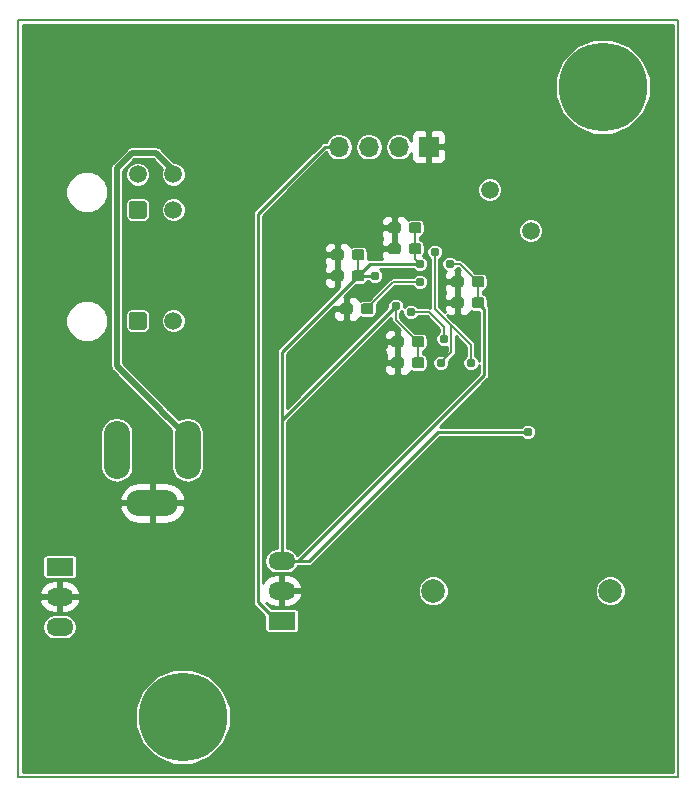
<source format=gbr>
%TF.GenerationSoftware,KiCad,Pcbnew,(5.0.2)-1*%
%TF.CreationDate,2019-02-18T18:23:53-07:00*%
%TF.ProjectId,ParkingSystem,5061726b-696e-4675-9379-7374656d2e6b,v01*%
%TF.SameCoordinates,Original*%
%TF.FileFunction,Copper,L2,Bot*%
%TF.FilePolarity,Positive*%
%FSLAX46Y46*%
G04 Gerber Fmt 4.6, Leading zero omitted, Abs format (unit mm)*
G04 Created by KiCad (PCBNEW (5.0.2)-1) date 2019-02-18 6:23:53 PM*
%MOMM*%
%LPD*%
G01*
G04 APERTURE LIST*
%ADD10C,0.200000*%
%ADD11O,4.400000X2.240000*%
%ADD12O,2.240000X4.900000*%
%ADD13C,0.150000*%
%ADD14C,1.500000*%
%ADD15C,2.000000*%
%ADD16C,7.500000*%
%ADD17O,2.300000X1.500000*%
%ADD18R,2.300000X1.500000*%
%ADD19C,0.950000*%
%ADD20O,1.700000X1.700000*%
%ADD21R,1.700000X1.700000*%
%ADD22C,0.787400*%
%ADD23C,0.152400*%
%ADD24C,0.254000*%
%ADD25C,0.508000*%
G04 APERTURE END LIST*
D10*
X124460000Y-99060000D02*
X68580000Y-99060000D01*
X124460000Y-35000000D02*
X124460000Y-99060000D01*
X68580000Y-35000000D02*
X124460000Y-35000000D01*
X68580000Y-99060000D02*
X68580000Y-35000000D01*
D11*
X79954000Y-75874000D03*
D12*
X76954000Y-71374000D03*
X82954000Y-71374000D03*
D13*
G36*
X79264504Y-59703204D02*
X79288773Y-59706804D01*
X79312571Y-59712765D01*
X79335671Y-59721030D01*
X79357849Y-59731520D01*
X79378893Y-59744133D01*
X79398598Y-59758747D01*
X79416777Y-59775223D01*
X79433253Y-59793402D01*
X79447867Y-59813107D01*
X79460480Y-59834151D01*
X79470970Y-59856329D01*
X79479235Y-59879429D01*
X79485196Y-59903227D01*
X79488796Y-59927496D01*
X79490000Y-59952000D01*
X79490000Y-60952000D01*
X79488796Y-60976504D01*
X79485196Y-61000773D01*
X79479235Y-61024571D01*
X79470970Y-61047671D01*
X79460480Y-61069849D01*
X79447867Y-61090893D01*
X79433253Y-61110598D01*
X79416777Y-61128777D01*
X79398598Y-61145253D01*
X79378893Y-61159867D01*
X79357849Y-61172480D01*
X79335671Y-61182970D01*
X79312571Y-61191235D01*
X79288773Y-61197196D01*
X79264504Y-61200796D01*
X79240000Y-61202000D01*
X78240000Y-61202000D01*
X78215496Y-61200796D01*
X78191227Y-61197196D01*
X78167429Y-61191235D01*
X78144329Y-61182970D01*
X78122151Y-61172480D01*
X78101107Y-61159867D01*
X78081402Y-61145253D01*
X78063223Y-61128777D01*
X78046747Y-61110598D01*
X78032133Y-61090893D01*
X78019520Y-61069849D01*
X78009030Y-61047671D01*
X78000765Y-61024571D01*
X77994804Y-61000773D01*
X77991204Y-60976504D01*
X77990000Y-60952000D01*
X77990000Y-59952000D01*
X77991204Y-59927496D01*
X77994804Y-59903227D01*
X78000765Y-59879429D01*
X78009030Y-59856329D01*
X78019520Y-59834151D01*
X78032133Y-59813107D01*
X78046747Y-59793402D01*
X78063223Y-59775223D01*
X78081402Y-59758747D01*
X78101107Y-59744133D01*
X78122151Y-59731520D01*
X78144329Y-59721030D01*
X78167429Y-59712765D01*
X78191227Y-59706804D01*
X78215496Y-59703204D01*
X78240000Y-59702000D01*
X79240000Y-59702000D01*
X79264504Y-59703204D01*
X79264504Y-59703204D01*
G37*
D14*
X78740000Y-60452000D03*
X81740000Y-60452000D03*
D13*
G36*
X79264504Y-50305204D02*
X79288773Y-50308804D01*
X79312571Y-50314765D01*
X79335671Y-50323030D01*
X79357849Y-50333520D01*
X79378893Y-50346133D01*
X79398598Y-50360747D01*
X79416777Y-50377223D01*
X79433253Y-50395402D01*
X79447867Y-50415107D01*
X79460480Y-50436151D01*
X79470970Y-50458329D01*
X79479235Y-50481429D01*
X79485196Y-50505227D01*
X79488796Y-50529496D01*
X79490000Y-50554000D01*
X79490000Y-51554000D01*
X79488796Y-51578504D01*
X79485196Y-51602773D01*
X79479235Y-51626571D01*
X79470970Y-51649671D01*
X79460480Y-51671849D01*
X79447867Y-51692893D01*
X79433253Y-51712598D01*
X79416777Y-51730777D01*
X79398598Y-51747253D01*
X79378893Y-51761867D01*
X79357849Y-51774480D01*
X79335671Y-51784970D01*
X79312571Y-51793235D01*
X79288773Y-51799196D01*
X79264504Y-51802796D01*
X79240000Y-51804000D01*
X78240000Y-51804000D01*
X78215496Y-51802796D01*
X78191227Y-51799196D01*
X78167429Y-51793235D01*
X78144329Y-51784970D01*
X78122151Y-51774480D01*
X78101107Y-51761867D01*
X78081402Y-51747253D01*
X78063223Y-51730777D01*
X78046747Y-51712598D01*
X78032133Y-51692893D01*
X78019520Y-51671849D01*
X78009030Y-51649671D01*
X78000765Y-51626571D01*
X77994804Y-51602773D01*
X77991204Y-51578504D01*
X77990000Y-51554000D01*
X77990000Y-50554000D01*
X77991204Y-50529496D01*
X77994804Y-50505227D01*
X78000765Y-50481429D01*
X78009030Y-50458329D01*
X78019520Y-50436151D01*
X78032133Y-50415107D01*
X78046747Y-50395402D01*
X78063223Y-50377223D01*
X78081402Y-50360747D01*
X78101107Y-50346133D01*
X78122151Y-50333520D01*
X78144329Y-50323030D01*
X78167429Y-50314765D01*
X78191227Y-50308804D01*
X78215496Y-50305204D01*
X78240000Y-50304000D01*
X79240000Y-50304000D01*
X79264504Y-50305204D01*
X79264504Y-50305204D01*
G37*
D14*
X78740000Y-51054000D03*
X78740000Y-48054000D03*
X81740000Y-51054000D03*
X81740000Y-48054000D03*
D15*
X118752000Y-83312000D03*
X103752000Y-83312000D03*
D16*
X118110000Y-40640000D03*
X82550000Y-93980000D03*
D17*
X72136000Y-86360000D03*
X72136000Y-83820000D03*
D18*
X72136000Y-81280000D03*
D13*
G36*
X95955779Y-56168144D02*
X95978834Y-56171563D01*
X96001443Y-56177227D01*
X96023387Y-56185079D01*
X96044457Y-56195044D01*
X96064448Y-56207026D01*
X96083168Y-56220910D01*
X96100438Y-56236562D01*
X96116090Y-56253832D01*
X96129974Y-56272552D01*
X96141956Y-56292543D01*
X96151921Y-56313613D01*
X96159773Y-56335557D01*
X96165437Y-56358166D01*
X96168856Y-56381221D01*
X96170000Y-56404500D01*
X96170000Y-56879500D01*
X96168856Y-56902779D01*
X96165437Y-56925834D01*
X96159773Y-56948443D01*
X96151921Y-56970387D01*
X96141956Y-56991457D01*
X96129974Y-57011448D01*
X96116090Y-57030168D01*
X96100438Y-57047438D01*
X96083168Y-57063090D01*
X96064448Y-57076974D01*
X96044457Y-57088956D01*
X96023387Y-57098921D01*
X96001443Y-57106773D01*
X95978834Y-57112437D01*
X95955779Y-57115856D01*
X95932500Y-57117000D01*
X95357500Y-57117000D01*
X95334221Y-57115856D01*
X95311166Y-57112437D01*
X95288557Y-57106773D01*
X95266613Y-57098921D01*
X95245543Y-57088956D01*
X95225552Y-57076974D01*
X95206832Y-57063090D01*
X95189562Y-57047438D01*
X95173910Y-57030168D01*
X95160026Y-57011448D01*
X95148044Y-56991457D01*
X95138079Y-56970387D01*
X95130227Y-56948443D01*
X95124563Y-56925834D01*
X95121144Y-56902779D01*
X95120000Y-56879500D01*
X95120000Y-56404500D01*
X95121144Y-56381221D01*
X95124563Y-56358166D01*
X95130227Y-56335557D01*
X95138079Y-56313613D01*
X95148044Y-56292543D01*
X95160026Y-56272552D01*
X95173910Y-56253832D01*
X95189562Y-56236562D01*
X95206832Y-56220910D01*
X95225552Y-56207026D01*
X95245543Y-56195044D01*
X95266613Y-56185079D01*
X95288557Y-56177227D01*
X95311166Y-56171563D01*
X95334221Y-56168144D01*
X95357500Y-56167000D01*
X95932500Y-56167000D01*
X95955779Y-56168144D01*
X95955779Y-56168144D01*
G37*
D19*
X95645000Y-56642000D03*
D13*
G36*
X97705779Y-56168144D02*
X97728834Y-56171563D01*
X97751443Y-56177227D01*
X97773387Y-56185079D01*
X97794457Y-56195044D01*
X97814448Y-56207026D01*
X97833168Y-56220910D01*
X97850438Y-56236562D01*
X97866090Y-56253832D01*
X97879974Y-56272552D01*
X97891956Y-56292543D01*
X97901921Y-56313613D01*
X97909773Y-56335557D01*
X97915437Y-56358166D01*
X97918856Y-56381221D01*
X97920000Y-56404500D01*
X97920000Y-56879500D01*
X97918856Y-56902779D01*
X97915437Y-56925834D01*
X97909773Y-56948443D01*
X97901921Y-56970387D01*
X97891956Y-56991457D01*
X97879974Y-57011448D01*
X97866090Y-57030168D01*
X97850438Y-57047438D01*
X97833168Y-57063090D01*
X97814448Y-57076974D01*
X97794457Y-57088956D01*
X97773387Y-57098921D01*
X97751443Y-57106773D01*
X97728834Y-57112437D01*
X97705779Y-57115856D01*
X97682500Y-57117000D01*
X97107500Y-57117000D01*
X97084221Y-57115856D01*
X97061166Y-57112437D01*
X97038557Y-57106773D01*
X97016613Y-57098921D01*
X96995543Y-57088956D01*
X96975552Y-57076974D01*
X96956832Y-57063090D01*
X96939562Y-57047438D01*
X96923910Y-57030168D01*
X96910026Y-57011448D01*
X96898044Y-56991457D01*
X96888079Y-56970387D01*
X96880227Y-56948443D01*
X96874563Y-56925834D01*
X96871144Y-56902779D01*
X96870000Y-56879500D01*
X96870000Y-56404500D01*
X96871144Y-56381221D01*
X96874563Y-56358166D01*
X96880227Y-56335557D01*
X96888079Y-56313613D01*
X96898044Y-56292543D01*
X96910026Y-56272552D01*
X96923910Y-56253832D01*
X96939562Y-56236562D01*
X96956832Y-56220910D01*
X96975552Y-56207026D01*
X96995543Y-56195044D01*
X97016613Y-56185079D01*
X97038557Y-56177227D01*
X97061166Y-56171563D01*
X97084221Y-56168144D01*
X97107500Y-56167000D01*
X97682500Y-56167000D01*
X97705779Y-56168144D01*
X97705779Y-56168144D01*
G37*
D19*
X97395000Y-56642000D03*
D13*
G36*
X101035779Y-63534144D02*
X101058834Y-63537563D01*
X101081443Y-63543227D01*
X101103387Y-63551079D01*
X101124457Y-63561044D01*
X101144448Y-63573026D01*
X101163168Y-63586910D01*
X101180438Y-63602562D01*
X101196090Y-63619832D01*
X101209974Y-63638552D01*
X101221956Y-63658543D01*
X101231921Y-63679613D01*
X101239773Y-63701557D01*
X101245437Y-63724166D01*
X101248856Y-63747221D01*
X101250000Y-63770500D01*
X101250000Y-64245500D01*
X101248856Y-64268779D01*
X101245437Y-64291834D01*
X101239773Y-64314443D01*
X101231921Y-64336387D01*
X101221956Y-64357457D01*
X101209974Y-64377448D01*
X101196090Y-64396168D01*
X101180438Y-64413438D01*
X101163168Y-64429090D01*
X101144448Y-64442974D01*
X101124457Y-64454956D01*
X101103387Y-64464921D01*
X101081443Y-64472773D01*
X101058834Y-64478437D01*
X101035779Y-64481856D01*
X101012500Y-64483000D01*
X100437500Y-64483000D01*
X100414221Y-64481856D01*
X100391166Y-64478437D01*
X100368557Y-64472773D01*
X100346613Y-64464921D01*
X100325543Y-64454956D01*
X100305552Y-64442974D01*
X100286832Y-64429090D01*
X100269562Y-64413438D01*
X100253910Y-64396168D01*
X100240026Y-64377448D01*
X100228044Y-64357457D01*
X100218079Y-64336387D01*
X100210227Y-64314443D01*
X100204563Y-64291834D01*
X100201144Y-64268779D01*
X100200000Y-64245500D01*
X100200000Y-63770500D01*
X100201144Y-63747221D01*
X100204563Y-63724166D01*
X100210227Y-63701557D01*
X100218079Y-63679613D01*
X100228044Y-63658543D01*
X100240026Y-63638552D01*
X100253910Y-63619832D01*
X100269562Y-63602562D01*
X100286832Y-63586910D01*
X100305552Y-63573026D01*
X100325543Y-63561044D01*
X100346613Y-63551079D01*
X100368557Y-63543227D01*
X100391166Y-63537563D01*
X100414221Y-63534144D01*
X100437500Y-63533000D01*
X101012500Y-63533000D01*
X101035779Y-63534144D01*
X101035779Y-63534144D01*
G37*
D19*
X100725000Y-64008000D03*
D13*
G36*
X102785779Y-63534144D02*
X102808834Y-63537563D01*
X102831443Y-63543227D01*
X102853387Y-63551079D01*
X102874457Y-63561044D01*
X102894448Y-63573026D01*
X102913168Y-63586910D01*
X102930438Y-63602562D01*
X102946090Y-63619832D01*
X102959974Y-63638552D01*
X102971956Y-63658543D01*
X102981921Y-63679613D01*
X102989773Y-63701557D01*
X102995437Y-63724166D01*
X102998856Y-63747221D01*
X103000000Y-63770500D01*
X103000000Y-64245500D01*
X102998856Y-64268779D01*
X102995437Y-64291834D01*
X102989773Y-64314443D01*
X102981921Y-64336387D01*
X102971956Y-64357457D01*
X102959974Y-64377448D01*
X102946090Y-64396168D01*
X102930438Y-64413438D01*
X102913168Y-64429090D01*
X102894448Y-64442974D01*
X102874457Y-64454956D01*
X102853387Y-64464921D01*
X102831443Y-64472773D01*
X102808834Y-64478437D01*
X102785779Y-64481856D01*
X102762500Y-64483000D01*
X102187500Y-64483000D01*
X102164221Y-64481856D01*
X102141166Y-64478437D01*
X102118557Y-64472773D01*
X102096613Y-64464921D01*
X102075543Y-64454956D01*
X102055552Y-64442974D01*
X102036832Y-64429090D01*
X102019562Y-64413438D01*
X102003910Y-64396168D01*
X101990026Y-64377448D01*
X101978044Y-64357457D01*
X101968079Y-64336387D01*
X101960227Y-64314443D01*
X101954563Y-64291834D01*
X101951144Y-64268779D01*
X101950000Y-64245500D01*
X101950000Y-63770500D01*
X101951144Y-63747221D01*
X101954563Y-63724166D01*
X101960227Y-63701557D01*
X101968079Y-63679613D01*
X101978044Y-63658543D01*
X101990026Y-63638552D01*
X102003910Y-63619832D01*
X102019562Y-63602562D01*
X102036832Y-63586910D01*
X102055552Y-63573026D01*
X102075543Y-63561044D01*
X102096613Y-63551079D01*
X102118557Y-63543227D01*
X102141166Y-63537563D01*
X102164221Y-63534144D01*
X102187500Y-63533000D01*
X102762500Y-63533000D01*
X102785779Y-63534144D01*
X102785779Y-63534144D01*
G37*
D19*
X102475000Y-64008000D03*
D13*
G36*
X106115779Y-56676144D02*
X106138834Y-56679563D01*
X106161443Y-56685227D01*
X106183387Y-56693079D01*
X106204457Y-56703044D01*
X106224448Y-56715026D01*
X106243168Y-56728910D01*
X106260438Y-56744562D01*
X106276090Y-56761832D01*
X106289974Y-56780552D01*
X106301956Y-56800543D01*
X106311921Y-56821613D01*
X106319773Y-56843557D01*
X106325437Y-56866166D01*
X106328856Y-56889221D01*
X106330000Y-56912500D01*
X106330000Y-57387500D01*
X106328856Y-57410779D01*
X106325437Y-57433834D01*
X106319773Y-57456443D01*
X106311921Y-57478387D01*
X106301956Y-57499457D01*
X106289974Y-57519448D01*
X106276090Y-57538168D01*
X106260438Y-57555438D01*
X106243168Y-57571090D01*
X106224448Y-57584974D01*
X106204457Y-57596956D01*
X106183387Y-57606921D01*
X106161443Y-57614773D01*
X106138834Y-57620437D01*
X106115779Y-57623856D01*
X106092500Y-57625000D01*
X105517500Y-57625000D01*
X105494221Y-57623856D01*
X105471166Y-57620437D01*
X105448557Y-57614773D01*
X105426613Y-57606921D01*
X105405543Y-57596956D01*
X105385552Y-57584974D01*
X105366832Y-57571090D01*
X105349562Y-57555438D01*
X105333910Y-57538168D01*
X105320026Y-57519448D01*
X105308044Y-57499457D01*
X105298079Y-57478387D01*
X105290227Y-57456443D01*
X105284563Y-57433834D01*
X105281144Y-57410779D01*
X105280000Y-57387500D01*
X105280000Y-56912500D01*
X105281144Y-56889221D01*
X105284563Y-56866166D01*
X105290227Y-56843557D01*
X105298079Y-56821613D01*
X105308044Y-56800543D01*
X105320026Y-56780552D01*
X105333910Y-56761832D01*
X105349562Y-56744562D01*
X105366832Y-56728910D01*
X105385552Y-56715026D01*
X105405543Y-56703044D01*
X105426613Y-56693079D01*
X105448557Y-56685227D01*
X105471166Y-56679563D01*
X105494221Y-56676144D01*
X105517500Y-56675000D01*
X106092500Y-56675000D01*
X106115779Y-56676144D01*
X106115779Y-56676144D01*
G37*
D19*
X105805000Y-57150000D03*
D13*
G36*
X107865779Y-56676144D02*
X107888834Y-56679563D01*
X107911443Y-56685227D01*
X107933387Y-56693079D01*
X107954457Y-56703044D01*
X107974448Y-56715026D01*
X107993168Y-56728910D01*
X108010438Y-56744562D01*
X108026090Y-56761832D01*
X108039974Y-56780552D01*
X108051956Y-56800543D01*
X108061921Y-56821613D01*
X108069773Y-56843557D01*
X108075437Y-56866166D01*
X108078856Y-56889221D01*
X108080000Y-56912500D01*
X108080000Y-57387500D01*
X108078856Y-57410779D01*
X108075437Y-57433834D01*
X108069773Y-57456443D01*
X108061921Y-57478387D01*
X108051956Y-57499457D01*
X108039974Y-57519448D01*
X108026090Y-57538168D01*
X108010438Y-57555438D01*
X107993168Y-57571090D01*
X107974448Y-57584974D01*
X107954457Y-57596956D01*
X107933387Y-57606921D01*
X107911443Y-57614773D01*
X107888834Y-57620437D01*
X107865779Y-57623856D01*
X107842500Y-57625000D01*
X107267500Y-57625000D01*
X107244221Y-57623856D01*
X107221166Y-57620437D01*
X107198557Y-57614773D01*
X107176613Y-57606921D01*
X107155543Y-57596956D01*
X107135552Y-57584974D01*
X107116832Y-57571090D01*
X107099562Y-57555438D01*
X107083910Y-57538168D01*
X107070026Y-57519448D01*
X107058044Y-57499457D01*
X107048079Y-57478387D01*
X107040227Y-57456443D01*
X107034563Y-57433834D01*
X107031144Y-57410779D01*
X107030000Y-57387500D01*
X107030000Y-56912500D01*
X107031144Y-56889221D01*
X107034563Y-56866166D01*
X107040227Y-56843557D01*
X107048079Y-56821613D01*
X107058044Y-56800543D01*
X107070026Y-56780552D01*
X107083910Y-56761832D01*
X107099562Y-56744562D01*
X107116832Y-56728910D01*
X107135552Y-56715026D01*
X107155543Y-56703044D01*
X107176613Y-56693079D01*
X107198557Y-56685227D01*
X107221166Y-56679563D01*
X107244221Y-56676144D01*
X107267500Y-56675000D01*
X107842500Y-56675000D01*
X107865779Y-56676144D01*
X107865779Y-56676144D01*
G37*
D19*
X107555000Y-57150000D03*
D13*
G36*
X101035779Y-61756144D02*
X101058834Y-61759563D01*
X101081443Y-61765227D01*
X101103387Y-61773079D01*
X101124457Y-61783044D01*
X101144448Y-61795026D01*
X101163168Y-61808910D01*
X101180438Y-61824562D01*
X101196090Y-61841832D01*
X101209974Y-61860552D01*
X101221956Y-61880543D01*
X101231921Y-61901613D01*
X101239773Y-61923557D01*
X101245437Y-61946166D01*
X101248856Y-61969221D01*
X101250000Y-61992500D01*
X101250000Y-62467500D01*
X101248856Y-62490779D01*
X101245437Y-62513834D01*
X101239773Y-62536443D01*
X101231921Y-62558387D01*
X101221956Y-62579457D01*
X101209974Y-62599448D01*
X101196090Y-62618168D01*
X101180438Y-62635438D01*
X101163168Y-62651090D01*
X101144448Y-62664974D01*
X101124457Y-62676956D01*
X101103387Y-62686921D01*
X101081443Y-62694773D01*
X101058834Y-62700437D01*
X101035779Y-62703856D01*
X101012500Y-62705000D01*
X100437500Y-62705000D01*
X100414221Y-62703856D01*
X100391166Y-62700437D01*
X100368557Y-62694773D01*
X100346613Y-62686921D01*
X100325543Y-62676956D01*
X100305552Y-62664974D01*
X100286832Y-62651090D01*
X100269562Y-62635438D01*
X100253910Y-62618168D01*
X100240026Y-62599448D01*
X100228044Y-62579457D01*
X100218079Y-62558387D01*
X100210227Y-62536443D01*
X100204563Y-62513834D01*
X100201144Y-62490779D01*
X100200000Y-62467500D01*
X100200000Y-61992500D01*
X100201144Y-61969221D01*
X100204563Y-61946166D01*
X100210227Y-61923557D01*
X100218079Y-61901613D01*
X100228044Y-61880543D01*
X100240026Y-61860552D01*
X100253910Y-61841832D01*
X100269562Y-61824562D01*
X100286832Y-61808910D01*
X100305552Y-61795026D01*
X100325543Y-61783044D01*
X100346613Y-61773079D01*
X100368557Y-61765227D01*
X100391166Y-61759563D01*
X100414221Y-61756144D01*
X100437500Y-61755000D01*
X101012500Y-61755000D01*
X101035779Y-61756144D01*
X101035779Y-61756144D01*
G37*
D19*
X100725000Y-62230000D03*
D13*
G36*
X102785779Y-61756144D02*
X102808834Y-61759563D01*
X102831443Y-61765227D01*
X102853387Y-61773079D01*
X102874457Y-61783044D01*
X102894448Y-61795026D01*
X102913168Y-61808910D01*
X102930438Y-61824562D01*
X102946090Y-61841832D01*
X102959974Y-61860552D01*
X102971956Y-61880543D01*
X102981921Y-61901613D01*
X102989773Y-61923557D01*
X102995437Y-61946166D01*
X102998856Y-61969221D01*
X103000000Y-61992500D01*
X103000000Y-62467500D01*
X102998856Y-62490779D01*
X102995437Y-62513834D01*
X102989773Y-62536443D01*
X102981921Y-62558387D01*
X102971956Y-62579457D01*
X102959974Y-62599448D01*
X102946090Y-62618168D01*
X102930438Y-62635438D01*
X102913168Y-62651090D01*
X102894448Y-62664974D01*
X102874457Y-62676956D01*
X102853387Y-62686921D01*
X102831443Y-62694773D01*
X102808834Y-62700437D01*
X102785779Y-62703856D01*
X102762500Y-62705000D01*
X102187500Y-62705000D01*
X102164221Y-62703856D01*
X102141166Y-62700437D01*
X102118557Y-62694773D01*
X102096613Y-62686921D01*
X102075543Y-62676956D01*
X102055552Y-62664974D01*
X102036832Y-62651090D01*
X102019562Y-62635438D01*
X102003910Y-62618168D01*
X101990026Y-62599448D01*
X101978044Y-62579457D01*
X101968079Y-62558387D01*
X101960227Y-62536443D01*
X101954563Y-62513834D01*
X101951144Y-62490779D01*
X101950000Y-62467500D01*
X101950000Y-61992500D01*
X101951144Y-61969221D01*
X101954563Y-61946166D01*
X101960227Y-61923557D01*
X101968079Y-61901613D01*
X101978044Y-61880543D01*
X101990026Y-61860552D01*
X102003910Y-61841832D01*
X102019562Y-61824562D01*
X102036832Y-61808910D01*
X102055552Y-61795026D01*
X102075543Y-61783044D01*
X102096613Y-61773079D01*
X102118557Y-61765227D01*
X102141166Y-61759563D01*
X102164221Y-61756144D01*
X102187500Y-61755000D01*
X102762500Y-61755000D01*
X102785779Y-61756144D01*
X102785779Y-61756144D01*
G37*
D19*
X102475000Y-62230000D03*
D13*
G36*
X106115779Y-58454144D02*
X106138834Y-58457563D01*
X106161443Y-58463227D01*
X106183387Y-58471079D01*
X106204457Y-58481044D01*
X106224448Y-58493026D01*
X106243168Y-58506910D01*
X106260438Y-58522562D01*
X106276090Y-58539832D01*
X106289974Y-58558552D01*
X106301956Y-58578543D01*
X106311921Y-58599613D01*
X106319773Y-58621557D01*
X106325437Y-58644166D01*
X106328856Y-58667221D01*
X106330000Y-58690500D01*
X106330000Y-59165500D01*
X106328856Y-59188779D01*
X106325437Y-59211834D01*
X106319773Y-59234443D01*
X106311921Y-59256387D01*
X106301956Y-59277457D01*
X106289974Y-59297448D01*
X106276090Y-59316168D01*
X106260438Y-59333438D01*
X106243168Y-59349090D01*
X106224448Y-59362974D01*
X106204457Y-59374956D01*
X106183387Y-59384921D01*
X106161443Y-59392773D01*
X106138834Y-59398437D01*
X106115779Y-59401856D01*
X106092500Y-59403000D01*
X105517500Y-59403000D01*
X105494221Y-59401856D01*
X105471166Y-59398437D01*
X105448557Y-59392773D01*
X105426613Y-59384921D01*
X105405543Y-59374956D01*
X105385552Y-59362974D01*
X105366832Y-59349090D01*
X105349562Y-59333438D01*
X105333910Y-59316168D01*
X105320026Y-59297448D01*
X105308044Y-59277457D01*
X105298079Y-59256387D01*
X105290227Y-59234443D01*
X105284563Y-59211834D01*
X105281144Y-59188779D01*
X105280000Y-59165500D01*
X105280000Y-58690500D01*
X105281144Y-58667221D01*
X105284563Y-58644166D01*
X105290227Y-58621557D01*
X105298079Y-58599613D01*
X105308044Y-58578543D01*
X105320026Y-58558552D01*
X105333910Y-58539832D01*
X105349562Y-58522562D01*
X105366832Y-58506910D01*
X105385552Y-58493026D01*
X105405543Y-58481044D01*
X105426613Y-58471079D01*
X105448557Y-58463227D01*
X105471166Y-58457563D01*
X105494221Y-58454144D01*
X105517500Y-58453000D01*
X106092500Y-58453000D01*
X106115779Y-58454144D01*
X106115779Y-58454144D01*
G37*
D19*
X105805000Y-58928000D03*
D13*
G36*
X107865779Y-58454144D02*
X107888834Y-58457563D01*
X107911443Y-58463227D01*
X107933387Y-58471079D01*
X107954457Y-58481044D01*
X107974448Y-58493026D01*
X107993168Y-58506910D01*
X108010438Y-58522562D01*
X108026090Y-58539832D01*
X108039974Y-58558552D01*
X108051956Y-58578543D01*
X108061921Y-58599613D01*
X108069773Y-58621557D01*
X108075437Y-58644166D01*
X108078856Y-58667221D01*
X108080000Y-58690500D01*
X108080000Y-59165500D01*
X108078856Y-59188779D01*
X108075437Y-59211834D01*
X108069773Y-59234443D01*
X108061921Y-59256387D01*
X108051956Y-59277457D01*
X108039974Y-59297448D01*
X108026090Y-59316168D01*
X108010438Y-59333438D01*
X107993168Y-59349090D01*
X107974448Y-59362974D01*
X107954457Y-59374956D01*
X107933387Y-59384921D01*
X107911443Y-59392773D01*
X107888834Y-59398437D01*
X107865779Y-59401856D01*
X107842500Y-59403000D01*
X107267500Y-59403000D01*
X107244221Y-59401856D01*
X107221166Y-59398437D01*
X107198557Y-59392773D01*
X107176613Y-59384921D01*
X107155543Y-59374956D01*
X107135552Y-59362974D01*
X107116832Y-59349090D01*
X107099562Y-59333438D01*
X107083910Y-59316168D01*
X107070026Y-59297448D01*
X107058044Y-59277457D01*
X107048079Y-59256387D01*
X107040227Y-59234443D01*
X107034563Y-59211834D01*
X107031144Y-59188779D01*
X107030000Y-59165500D01*
X107030000Y-58690500D01*
X107031144Y-58667221D01*
X107034563Y-58644166D01*
X107040227Y-58621557D01*
X107048079Y-58599613D01*
X107058044Y-58578543D01*
X107070026Y-58558552D01*
X107083910Y-58539832D01*
X107099562Y-58522562D01*
X107116832Y-58506910D01*
X107135552Y-58493026D01*
X107155543Y-58481044D01*
X107176613Y-58471079D01*
X107198557Y-58463227D01*
X107221166Y-58457563D01*
X107244221Y-58454144D01*
X107267500Y-58453000D01*
X107842500Y-58453000D01*
X107865779Y-58454144D01*
X107865779Y-58454144D01*
G37*
D19*
X107555000Y-58928000D03*
D13*
G36*
X95955779Y-54390144D02*
X95978834Y-54393563D01*
X96001443Y-54399227D01*
X96023387Y-54407079D01*
X96044457Y-54417044D01*
X96064448Y-54429026D01*
X96083168Y-54442910D01*
X96100438Y-54458562D01*
X96116090Y-54475832D01*
X96129974Y-54494552D01*
X96141956Y-54514543D01*
X96151921Y-54535613D01*
X96159773Y-54557557D01*
X96165437Y-54580166D01*
X96168856Y-54603221D01*
X96170000Y-54626500D01*
X96170000Y-55101500D01*
X96168856Y-55124779D01*
X96165437Y-55147834D01*
X96159773Y-55170443D01*
X96151921Y-55192387D01*
X96141956Y-55213457D01*
X96129974Y-55233448D01*
X96116090Y-55252168D01*
X96100438Y-55269438D01*
X96083168Y-55285090D01*
X96064448Y-55298974D01*
X96044457Y-55310956D01*
X96023387Y-55320921D01*
X96001443Y-55328773D01*
X95978834Y-55334437D01*
X95955779Y-55337856D01*
X95932500Y-55339000D01*
X95357500Y-55339000D01*
X95334221Y-55337856D01*
X95311166Y-55334437D01*
X95288557Y-55328773D01*
X95266613Y-55320921D01*
X95245543Y-55310956D01*
X95225552Y-55298974D01*
X95206832Y-55285090D01*
X95189562Y-55269438D01*
X95173910Y-55252168D01*
X95160026Y-55233448D01*
X95148044Y-55213457D01*
X95138079Y-55192387D01*
X95130227Y-55170443D01*
X95124563Y-55147834D01*
X95121144Y-55124779D01*
X95120000Y-55101500D01*
X95120000Y-54626500D01*
X95121144Y-54603221D01*
X95124563Y-54580166D01*
X95130227Y-54557557D01*
X95138079Y-54535613D01*
X95148044Y-54514543D01*
X95160026Y-54494552D01*
X95173910Y-54475832D01*
X95189562Y-54458562D01*
X95206832Y-54442910D01*
X95225552Y-54429026D01*
X95245543Y-54417044D01*
X95266613Y-54407079D01*
X95288557Y-54399227D01*
X95311166Y-54393563D01*
X95334221Y-54390144D01*
X95357500Y-54389000D01*
X95932500Y-54389000D01*
X95955779Y-54390144D01*
X95955779Y-54390144D01*
G37*
D19*
X95645000Y-54864000D03*
D13*
G36*
X97705779Y-54390144D02*
X97728834Y-54393563D01*
X97751443Y-54399227D01*
X97773387Y-54407079D01*
X97794457Y-54417044D01*
X97814448Y-54429026D01*
X97833168Y-54442910D01*
X97850438Y-54458562D01*
X97866090Y-54475832D01*
X97879974Y-54494552D01*
X97891956Y-54514543D01*
X97901921Y-54535613D01*
X97909773Y-54557557D01*
X97915437Y-54580166D01*
X97918856Y-54603221D01*
X97920000Y-54626500D01*
X97920000Y-55101500D01*
X97918856Y-55124779D01*
X97915437Y-55147834D01*
X97909773Y-55170443D01*
X97901921Y-55192387D01*
X97891956Y-55213457D01*
X97879974Y-55233448D01*
X97866090Y-55252168D01*
X97850438Y-55269438D01*
X97833168Y-55285090D01*
X97814448Y-55298974D01*
X97794457Y-55310956D01*
X97773387Y-55320921D01*
X97751443Y-55328773D01*
X97728834Y-55334437D01*
X97705779Y-55337856D01*
X97682500Y-55339000D01*
X97107500Y-55339000D01*
X97084221Y-55337856D01*
X97061166Y-55334437D01*
X97038557Y-55328773D01*
X97016613Y-55320921D01*
X96995543Y-55310956D01*
X96975552Y-55298974D01*
X96956832Y-55285090D01*
X96939562Y-55269438D01*
X96923910Y-55252168D01*
X96910026Y-55233448D01*
X96898044Y-55213457D01*
X96888079Y-55192387D01*
X96880227Y-55170443D01*
X96874563Y-55147834D01*
X96871144Y-55124779D01*
X96870000Y-55101500D01*
X96870000Y-54626500D01*
X96871144Y-54603221D01*
X96874563Y-54580166D01*
X96880227Y-54557557D01*
X96888079Y-54535613D01*
X96898044Y-54514543D01*
X96910026Y-54494552D01*
X96923910Y-54475832D01*
X96939562Y-54458562D01*
X96956832Y-54442910D01*
X96975552Y-54429026D01*
X96995543Y-54417044D01*
X97016613Y-54407079D01*
X97038557Y-54399227D01*
X97061166Y-54393563D01*
X97084221Y-54390144D01*
X97107500Y-54389000D01*
X97682500Y-54389000D01*
X97705779Y-54390144D01*
X97705779Y-54390144D01*
G37*
D19*
X97395000Y-54864000D03*
D13*
G36*
X100781779Y-52104144D02*
X100804834Y-52107563D01*
X100827443Y-52113227D01*
X100849387Y-52121079D01*
X100870457Y-52131044D01*
X100890448Y-52143026D01*
X100909168Y-52156910D01*
X100926438Y-52172562D01*
X100942090Y-52189832D01*
X100955974Y-52208552D01*
X100967956Y-52228543D01*
X100977921Y-52249613D01*
X100985773Y-52271557D01*
X100991437Y-52294166D01*
X100994856Y-52317221D01*
X100996000Y-52340500D01*
X100996000Y-52815500D01*
X100994856Y-52838779D01*
X100991437Y-52861834D01*
X100985773Y-52884443D01*
X100977921Y-52906387D01*
X100967956Y-52927457D01*
X100955974Y-52947448D01*
X100942090Y-52966168D01*
X100926438Y-52983438D01*
X100909168Y-52999090D01*
X100890448Y-53012974D01*
X100870457Y-53024956D01*
X100849387Y-53034921D01*
X100827443Y-53042773D01*
X100804834Y-53048437D01*
X100781779Y-53051856D01*
X100758500Y-53053000D01*
X100183500Y-53053000D01*
X100160221Y-53051856D01*
X100137166Y-53048437D01*
X100114557Y-53042773D01*
X100092613Y-53034921D01*
X100071543Y-53024956D01*
X100051552Y-53012974D01*
X100032832Y-52999090D01*
X100015562Y-52983438D01*
X99999910Y-52966168D01*
X99986026Y-52947448D01*
X99974044Y-52927457D01*
X99964079Y-52906387D01*
X99956227Y-52884443D01*
X99950563Y-52861834D01*
X99947144Y-52838779D01*
X99946000Y-52815500D01*
X99946000Y-52340500D01*
X99947144Y-52317221D01*
X99950563Y-52294166D01*
X99956227Y-52271557D01*
X99964079Y-52249613D01*
X99974044Y-52228543D01*
X99986026Y-52208552D01*
X99999910Y-52189832D01*
X100015562Y-52172562D01*
X100032832Y-52156910D01*
X100051552Y-52143026D01*
X100071543Y-52131044D01*
X100092613Y-52121079D01*
X100114557Y-52113227D01*
X100137166Y-52107563D01*
X100160221Y-52104144D01*
X100183500Y-52103000D01*
X100758500Y-52103000D01*
X100781779Y-52104144D01*
X100781779Y-52104144D01*
G37*
D19*
X100471000Y-52578000D03*
D13*
G36*
X102531779Y-52104144D02*
X102554834Y-52107563D01*
X102577443Y-52113227D01*
X102599387Y-52121079D01*
X102620457Y-52131044D01*
X102640448Y-52143026D01*
X102659168Y-52156910D01*
X102676438Y-52172562D01*
X102692090Y-52189832D01*
X102705974Y-52208552D01*
X102717956Y-52228543D01*
X102727921Y-52249613D01*
X102735773Y-52271557D01*
X102741437Y-52294166D01*
X102744856Y-52317221D01*
X102746000Y-52340500D01*
X102746000Y-52815500D01*
X102744856Y-52838779D01*
X102741437Y-52861834D01*
X102735773Y-52884443D01*
X102727921Y-52906387D01*
X102717956Y-52927457D01*
X102705974Y-52947448D01*
X102692090Y-52966168D01*
X102676438Y-52983438D01*
X102659168Y-52999090D01*
X102640448Y-53012974D01*
X102620457Y-53024956D01*
X102599387Y-53034921D01*
X102577443Y-53042773D01*
X102554834Y-53048437D01*
X102531779Y-53051856D01*
X102508500Y-53053000D01*
X101933500Y-53053000D01*
X101910221Y-53051856D01*
X101887166Y-53048437D01*
X101864557Y-53042773D01*
X101842613Y-53034921D01*
X101821543Y-53024956D01*
X101801552Y-53012974D01*
X101782832Y-52999090D01*
X101765562Y-52983438D01*
X101749910Y-52966168D01*
X101736026Y-52947448D01*
X101724044Y-52927457D01*
X101714079Y-52906387D01*
X101706227Y-52884443D01*
X101700563Y-52861834D01*
X101697144Y-52838779D01*
X101696000Y-52815500D01*
X101696000Y-52340500D01*
X101697144Y-52317221D01*
X101700563Y-52294166D01*
X101706227Y-52271557D01*
X101714079Y-52249613D01*
X101724044Y-52228543D01*
X101736026Y-52208552D01*
X101749910Y-52189832D01*
X101765562Y-52172562D01*
X101782832Y-52156910D01*
X101801552Y-52143026D01*
X101821543Y-52131044D01*
X101842613Y-52121079D01*
X101864557Y-52113227D01*
X101887166Y-52107563D01*
X101910221Y-52104144D01*
X101933500Y-52103000D01*
X102508500Y-52103000D01*
X102531779Y-52104144D01*
X102531779Y-52104144D01*
G37*
D19*
X102221000Y-52578000D03*
D13*
G36*
X100781779Y-53882144D02*
X100804834Y-53885563D01*
X100827443Y-53891227D01*
X100849387Y-53899079D01*
X100870457Y-53909044D01*
X100890448Y-53921026D01*
X100909168Y-53934910D01*
X100926438Y-53950562D01*
X100942090Y-53967832D01*
X100955974Y-53986552D01*
X100967956Y-54006543D01*
X100977921Y-54027613D01*
X100985773Y-54049557D01*
X100991437Y-54072166D01*
X100994856Y-54095221D01*
X100996000Y-54118500D01*
X100996000Y-54593500D01*
X100994856Y-54616779D01*
X100991437Y-54639834D01*
X100985773Y-54662443D01*
X100977921Y-54684387D01*
X100967956Y-54705457D01*
X100955974Y-54725448D01*
X100942090Y-54744168D01*
X100926438Y-54761438D01*
X100909168Y-54777090D01*
X100890448Y-54790974D01*
X100870457Y-54802956D01*
X100849387Y-54812921D01*
X100827443Y-54820773D01*
X100804834Y-54826437D01*
X100781779Y-54829856D01*
X100758500Y-54831000D01*
X100183500Y-54831000D01*
X100160221Y-54829856D01*
X100137166Y-54826437D01*
X100114557Y-54820773D01*
X100092613Y-54812921D01*
X100071543Y-54802956D01*
X100051552Y-54790974D01*
X100032832Y-54777090D01*
X100015562Y-54761438D01*
X99999910Y-54744168D01*
X99986026Y-54725448D01*
X99974044Y-54705457D01*
X99964079Y-54684387D01*
X99956227Y-54662443D01*
X99950563Y-54639834D01*
X99947144Y-54616779D01*
X99946000Y-54593500D01*
X99946000Y-54118500D01*
X99947144Y-54095221D01*
X99950563Y-54072166D01*
X99956227Y-54049557D01*
X99964079Y-54027613D01*
X99974044Y-54006543D01*
X99986026Y-53986552D01*
X99999910Y-53967832D01*
X100015562Y-53950562D01*
X100032832Y-53934910D01*
X100051552Y-53921026D01*
X100071543Y-53909044D01*
X100092613Y-53899079D01*
X100114557Y-53891227D01*
X100137166Y-53885563D01*
X100160221Y-53882144D01*
X100183500Y-53881000D01*
X100758500Y-53881000D01*
X100781779Y-53882144D01*
X100781779Y-53882144D01*
G37*
D19*
X100471000Y-54356000D03*
D13*
G36*
X102531779Y-53882144D02*
X102554834Y-53885563D01*
X102577443Y-53891227D01*
X102599387Y-53899079D01*
X102620457Y-53909044D01*
X102640448Y-53921026D01*
X102659168Y-53934910D01*
X102676438Y-53950562D01*
X102692090Y-53967832D01*
X102705974Y-53986552D01*
X102717956Y-54006543D01*
X102727921Y-54027613D01*
X102735773Y-54049557D01*
X102741437Y-54072166D01*
X102744856Y-54095221D01*
X102746000Y-54118500D01*
X102746000Y-54593500D01*
X102744856Y-54616779D01*
X102741437Y-54639834D01*
X102735773Y-54662443D01*
X102727921Y-54684387D01*
X102717956Y-54705457D01*
X102705974Y-54725448D01*
X102692090Y-54744168D01*
X102676438Y-54761438D01*
X102659168Y-54777090D01*
X102640448Y-54790974D01*
X102620457Y-54802956D01*
X102599387Y-54812921D01*
X102577443Y-54820773D01*
X102554834Y-54826437D01*
X102531779Y-54829856D01*
X102508500Y-54831000D01*
X101933500Y-54831000D01*
X101910221Y-54829856D01*
X101887166Y-54826437D01*
X101864557Y-54820773D01*
X101842613Y-54812921D01*
X101821543Y-54802956D01*
X101801552Y-54790974D01*
X101782832Y-54777090D01*
X101765562Y-54761438D01*
X101749910Y-54744168D01*
X101736026Y-54725448D01*
X101724044Y-54705457D01*
X101714079Y-54684387D01*
X101706227Y-54662443D01*
X101700563Y-54639834D01*
X101697144Y-54616779D01*
X101696000Y-54593500D01*
X101696000Y-54118500D01*
X101697144Y-54095221D01*
X101700563Y-54072166D01*
X101706227Y-54049557D01*
X101714079Y-54027613D01*
X101724044Y-54006543D01*
X101736026Y-53986552D01*
X101749910Y-53967832D01*
X101765562Y-53950562D01*
X101782832Y-53934910D01*
X101801552Y-53921026D01*
X101821543Y-53909044D01*
X101842613Y-53899079D01*
X101864557Y-53891227D01*
X101887166Y-53885563D01*
X101910221Y-53882144D01*
X101933500Y-53881000D01*
X102508500Y-53881000D01*
X102531779Y-53882144D01*
X102531779Y-53882144D01*
G37*
D19*
X102221000Y-54356000D03*
D20*
X95758000Y-45720000D03*
X98298000Y-45720000D03*
X100838000Y-45720000D03*
D21*
X103378000Y-45720000D03*
D13*
G36*
X98467779Y-58962144D02*
X98490834Y-58965563D01*
X98513443Y-58971227D01*
X98535387Y-58979079D01*
X98556457Y-58989044D01*
X98576448Y-59001026D01*
X98595168Y-59014910D01*
X98612438Y-59030562D01*
X98628090Y-59047832D01*
X98641974Y-59066552D01*
X98653956Y-59086543D01*
X98663921Y-59107613D01*
X98671773Y-59129557D01*
X98677437Y-59152166D01*
X98680856Y-59175221D01*
X98682000Y-59198500D01*
X98682000Y-59673500D01*
X98680856Y-59696779D01*
X98677437Y-59719834D01*
X98671773Y-59742443D01*
X98663921Y-59764387D01*
X98653956Y-59785457D01*
X98641974Y-59805448D01*
X98628090Y-59824168D01*
X98612438Y-59841438D01*
X98595168Y-59857090D01*
X98576448Y-59870974D01*
X98556457Y-59882956D01*
X98535387Y-59892921D01*
X98513443Y-59900773D01*
X98490834Y-59906437D01*
X98467779Y-59909856D01*
X98444500Y-59911000D01*
X97869500Y-59911000D01*
X97846221Y-59909856D01*
X97823166Y-59906437D01*
X97800557Y-59900773D01*
X97778613Y-59892921D01*
X97757543Y-59882956D01*
X97737552Y-59870974D01*
X97718832Y-59857090D01*
X97701562Y-59841438D01*
X97685910Y-59824168D01*
X97672026Y-59805448D01*
X97660044Y-59785457D01*
X97650079Y-59764387D01*
X97642227Y-59742443D01*
X97636563Y-59719834D01*
X97633144Y-59696779D01*
X97632000Y-59673500D01*
X97632000Y-59198500D01*
X97633144Y-59175221D01*
X97636563Y-59152166D01*
X97642227Y-59129557D01*
X97650079Y-59107613D01*
X97660044Y-59086543D01*
X97672026Y-59066552D01*
X97685910Y-59047832D01*
X97701562Y-59030562D01*
X97718832Y-59014910D01*
X97737552Y-59001026D01*
X97757543Y-58989044D01*
X97778613Y-58979079D01*
X97800557Y-58971227D01*
X97823166Y-58965563D01*
X97846221Y-58962144D01*
X97869500Y-58961000D01*
X98444500Y-58961000D01*
X98467779Y-58962144D01*
X98467779Y-58962144D01*
G37*
D19*
X98157000Y-59436000D03*
D13*
G36*
X96717779Y-58962144D02*
X96740834Y-58965563D01*
X96763443Y-58971227D01*
X96785387Y-58979079D01*
X96806457Y-58989044D01*
X96826448Y-59001026D01*
X96845168Y-59014910D01*
X96862438Y-59030562D01*
X96878090Y-59047832D01*
X96891974Y-59066552D01*
X96903956Y-59086543D01*
X96913921Y-59107613D01*
X96921773Y-59129557D01*
X96927437Y-59152166D01*
X96930856Y-59175221D01*
X96932000Y-59198500D01*
X96932000Y-59673500D01*
X96930856Y-59696779D01*
X96927437Y-59719834D01*
X96921773Y-59742443D01*
X96913921Y-59764387D01*
X96903956Y-59785457D01*
X96891974Y-59805448D01*
X96878090Y-59824168D01*
X96862438Y-59841438D01*
X96845168Y-59857090D01*
X96826448Y-59870974D01*
X96806457Y-59882956D01*
X96785387Y-59892921D01*
X96763443Y-59900773D01*
X96740834Y-59906437D01*
X96717779Y-59909856D01*
X96694500Y-59911000D01*
X96119500Y-59911000D01*
X96096221Y-59909856D01*
X96073166Y-59906437D01*
X96050557Y-59900773D01*
X96028613Y-59892921D01*
X96007543Y-59882956D01*
X95987552Y-59870974D01*
X95968832Y-59857090D01*
X95951562Y-59841438D01*
X95935910Y-59824168D01*
X95922026Y-59805448D01*
X95910044Y-59785457D01*
X95900079Y-59764387D01*
X95892227Y-59742443D01*
X95886563Y-59719834D01*
X95883144Y-59696779D01*
X95882000Y-59673500D01*
X95882000Y-59198500D01*
X95883144Y-59175221D01*
X95886563Y-59152166D01*
X95892227Y-59129557D01*
X95900079Y-59107613D01*
X95910044Y-59086543D01*
X95922026Y-59066552D01*
X95935910Y-59047832D01*
X95951562Y-59030562D01*
X95968832Y-59014910D01*
X95987552Y-59001026D01*
X96007543Y-58989044D01*
X96028613Y-58979079D01*
X96050557Y-58971227D01*
X96073166Y-58965563D01*
X96096221Y-58962144D01*
X96119500Y-58961000D01*
X96694500Y-58961000D01*
X96717779Y-58962144D01*
X96717779Y-58962144D01*
G37*
D19*
X96407000Y-59436000D03*
D17*
X90932000Y-80772000D03*
X90932000Y-83312000D03*
D18*
X90932000Y-85852000D03*
D14*
X108549177Y-49367177D03*
X112014000Y-52832000D03*
D22*
X111760000Y-69850000D03*
X100584000Y-59182000D03*
X98806000Y-56642000D03*
X102616000Y-55626000D03*
X105156000Y-55626000D03*
X99568000Y-62484000D03*
X99568000Y-63500000D03*
X97282000Y-71628000D03*
X82804000Y-79756000D03*
X83566000Y-78740000D03*
X81280000Y-77978000D03*
X91694000Y-70612000D03*
X92202000Y-74422000D03*
X90170000Y-72136000D03*
X92964000Y-75946000D03*
X98044000Y-73406000D03*
X90170000Y-48260000D03*
X90424000Y-53340000D03*
X90424000Y-58166000D03*
X89916000Y-63500000D03*
X92964000Y-73406000D03*
X96774000Y-69850000D03*
X90170000Y-73406000D03*
X102616000Y-80010000D03*
X105156000Y-80010000D03*
X107442000Y-80010000D03*
X107442000Y-82042000D03*
X109728000Y-82042000D03*
X99314000Y-80010000D03*
X97536000Y-83312000D03*
X117602000Y-46482000D03*
X100076000Y-71628000D03*
X112014000Y-61214000D03*
X112014000Y-62484000D03*
X102616000Y-67818000D03*
X98806000Y-67818000D03*
X106934000Y-64008000D03*
X104394000Y-64008000D03*
X103886000Y-54610000D03*
X101854000Y-59690000D03*
X104648000Y-61976000D03*
X102616000Y-57150000D03*
D23*
X97395000Y-56642000D02*
X97395000Y-54864000D01*
X102221000Y-54356000D02*
X102221000Y-52578000D01*
X107555000Y-57150000D02*
X107555000Y-58928000D01*
X102475000Y-62230000D02*
X102475000Y-64008000D01*
X102221000Y-55231000D02*
X102616000Y-55626000D01*
X102221000Y-54356000D02*
X102221000Y-55231000D01*
X106031000Y-55626000D02*
X105156000Y-55626000D01*
X107555000Y-57150000D02*
X106031000Y-55626000D01*
X100584000Y-60339000D02*
X102475000Y-62230000D01*
X100584000Y-59182000D02*
X100584000Y-60339000D01*
D24*
X90932000Y-68834000D02*
X100584000Y-59182000D01*
X90932000Y-80772000D02*
X90932000Y-68834000D01*
X98249225Y-56642000D02*
X98806000Y-56642000D01*
X97395000Y-56642000D02*
X98249225Y-56642000D01*
X90932000Y-63105000D02*
X97395000Y-56642000D01*
X102059225Y-55626000D02*
X102616000Y-55626000D01*
X98411000Y-55626000D02*
X102059225Y-55626000D01*
X90932000Y-63105000D02*
X98411000Y-55626000D01*
X90932000Y-80772000D02*
X90932000Y-63105000D01*
X108054072Y-59427072D02*
X107555000Y-58928000D01*
X108054072Y-65053928D02*
X108054072Y-59427072D01*
X92336000Y-80772000D02*
X108054072Y-65053928D01*
X90932000Y-80772000D02*
X92336000Y-80772000D01*
X111760000Y-69850000D02*
X104140000Y-69850000D01*
X93218000Y-80772000D02*
X90932000Y-80772000D01*
X104140000Y-69850000D02*
X93218000Y-80772000D01*
D25*
X81740000Y-47704000D02*
X81740000Y-48054000D01*
X78232000Y-46228000D02*
X80264000Y-46228000D01*
X82954000Y-70294000D02*
X80732000Y-68072000D01*
X80264000Y-46228000D02*
X81740000Y-47704000D01*
X82954000Y-71374000D02*
X82954000Y-70294000D01*
X80732000Y-68072000D02*
X80732000Y-68032000D01*
X80732000Y-68032000D02*
X76962000Y-64262000D01*
X76962000Y-64262000D02*
X76962000Y-47498000D01*
X76962000Y-47498000D02*
X78232000Y-46228000D01*
D24*
X95758000Y-45720000D02*
X94555919Y-45720000D01*
X90532000Y-85852000D02*
X90932000Y-85852000D01*
X88900000Y-84220000D02*
X90532000Y-85852000D01*
X88900000Y-51375919D02*
X88900000Y-84220000D01*
X94555919Y-45720000D02*
X88900000Y-51375919D01*
D23*
X104787699Y-63614301D02*
X104394000Y-64008000D01*
X105270301Y-63131699D02*
X104787699Y-63614301D01*
X105270301Y-60820301D02*
X105270301Y-63131699D01*
X103886000Y-54610000D02*
X103886000Y-59436000D01*
X103886000Y-59436000D02*
X105270301Y-60820301D01*
X106934000Y-62484000D02*
X106934000Y-64008000D01*
X103886000Y-59436000D02*
X106934000Y-62484000D01*
X104648000Y-60960000D02*
X104648000Y-61976000D01*
X101854000Y-59690000D02*
X103378000Y-59690000D01*
X103378000Y-59690000D02*
X104648000Y-60960000D01*
X100330000Y-57150000D02*
X102616000Y-57150000D01*
X98157000Y-59436000D02*
X98157000Y-59323000D01*
X98157000Y-59323000D02*
X100330000Y-57150000D01*
D24*
G36*
X124055201Y-98655200D02*
X68984800Y-98655200D01*
X68984800Y-93173450D01*
X78495200Y-93173450D01*
X78495200Y-94786550D01*
X79112507Y-96276860D01*
X80253140Y-97417493D01*
X81743450Y-98034800D01*
X83356550Y-98034800D01*
X84846860Y-97417493D01*
X85987493Y-96276860D01*
X86604800Y-94786550D01*
X86604800Y-93173450D01*
X85987493Y-91683140D01*
X84846860Y-90542507D01*
X83356550Y-89925200D01*
X81743450Y-89925200D01*
X80253140Y-90542507D01*
X79112507Y-91683140D01*
X78495200Y-93173450D01*
X68984800Y-93173450D01*
X68984800Y-86360000D01*
X70660536Y-86360000D01*
X70742401Y-86771562D01*
X70975532Y-87120468D01*
X71324438Y-87353599D01*
X71632115Y-87414800D01*
X72639885Y-87414800D01*
X72947562Y-87353599D01*
X73296468Y-87120468D01*
X73529599Y-86771562D01*
X73611464Y-86360000D01*
X73529599Y-85948438D01*
X73296468Y-85599532D01*
X72947562Y-85366401D01*
X72639885Y-85305200D01*
X71632115Y-85305200D01*
X71324438Y-85366401D01*
X70975532Y-85599532D01*
X70742401Y-85948438D01*
X70660536Y-86360000D01*
X68984800Y-86360000D01*
X68984800Y-84161185D01*
X70393682Y-84161185D01*
X70407827Y-84232684D01*
X70666855Y-84709540D01*
X71088651Y-85050972D01*
X71609000Y-85205000D01*
X72009000Y-85205000D01*
X72009000Y-83947000D01*
X72263000Y-83947000D01*
X72263000Y-85205000D01*
X72663000Y-85205000D01*
X73183349Y-85050972D01*
X73605145Y-84709540D01*
X73864173Y-84232684D01*
X73878318Y-84161185D01*
X73755656Y-83947000D01*
X72263000Y-83947000D01*
X72009000Y-83947000D01*
X70516344Y-83947000D01*
X70393682Y-84161185D01*
X68984800Y-84161185D01*
X68984800Y-83478815D01*
X70393682Y-83478815D01*
X70516344Y-83693000D01*
X72009000Y-83693000D01*
X72009000Y-82435000D01*
X72263000Y-82435000D01*
X72263000Y-83693000D01*
X73755656Y-83693000D01*
X73878318Y-83478815D01*
X73864173Y-83407316D01*
X73605145Y-82930460D01*
X73183349Y-82589028D01*
X72663000Y-82435000D01*
X72263000Y-82435000D01*
X72009000Y-82435000D01*
X71609000Y-82435000D01*
X71088651Y-82589028D01*
X70666855Y-82930460D01*
X70407827Y-83407316D01*
X70393682Y-83478815D01*
X68984800Y-83478815D01*
X68984800Y-80530000D01*
X70675229Y-80530000D01*
X70675229Y-82030000D01*
X70698885Y-82148927D01*
X70766252Y-82249748D01*
X70867073Y-82317115D01*
X70986000Y-82340771D01*
X73286000Y-82340771D01*
X73404927Y-82317115D01*
X73505748Y-82249748D01*
X73573115Y-82148927D01*
X73596771Y-82030000D01*
X73596771Y-80530000D01*
X73573115Y-80411073D01*
X73505748Y-80310252D01*
X73404927Y-80242885D01*
X73286000Y-80219229D01*
X70986000Y-80219229D01*
X70867073Y-80242885D01*
X70766252Y-80310252D01*
X70698885Y-80411073D01*
X70675229Y-80530000D01*
X68984800Y-80530000D01*
X68984800Y-76273259D01*
X77165018Y-76273259D01*
X77203991Y-76428277D01*
X77543225Y-77025170D01*
X78085058Y-77446808D01*
X78747000Y-77629000D01*
X79827000Y-77629000D01*
X79827000Y-76001000D01*
X80081000Y-76001000D01*
X80081000Y-77629000D01*
X81161000Y-77629000D01*
X81822942Y-77446808D01*
X82364775Y-77025170D01*
X82704009Y-76428277D01*
X82742982Y-76273259D01*
X82625190Y-76001000D01*
X80081000Y-76001000D01*
X79827000Y-76001000D01*
X77282810Y-76001000D01*
X77165018Y-76273259D01*
X68984800Y-76273259D01*
X68984800Y-75474741D01*
X77165018Y-75474741D01*
X77282810Y-75747000D01*
X79827000Y-75747000D01*
X79827000Y-74119000D01*
X80081000Y-74119000D01*
X80081000Y-75747000D01*
X82625190Y-75747000D01*
X82742982Y-75474741D01*
X82704009Y-75319723D01*
X82364775Y-74722830D01*
X81822942Y-74301192D01*
X81161000Y-74119000D01*
X80081000Y-74119000D01*
X79827000Y-74119000D01*
X78747000Y-74119000D01*
X78085058Y-74301192D01*
X77543225Y-74722830D01*
X77203991Y-75319723D01*
X77165018Y-75474741D01*
X68984800Y-75474741D01*
X68984800Y-69903673D01*
X75529200Y-69903673D01*
X75529201Y-72844328D01*
X75611869Y-73259929D01*
X75926778Y-73731223D01*
X76398072Y-74046132D01*
X76954000Y-74156713D01*
X77509929Y-74046132D01*
X77981223Y-73731223D01*
X78296132Y-73259929D01*
X78378800Y-72844328D01*
X78378800Y-69903672D01*
X78296132Y-69488071D01*
X77981222Y-69016777D01*
X77509928Y-68701868D01*
X76954000Y-68591287D01*
X76398071Y-68701868D01*
X75926777Y-69016778D01*
X75611868Y-69488072D01*
X75529200Y-69903673D01*
X68984800Y-69903673D01*
X68984800Y-60093003D01*
X72615200Y-60093003D01*
X72615200Y-60810997D01*
X72889965Y-61474337D01*
X73397663Y-61982035D01*
X74061003Y-62256800D01*
X74778997Y-62256800D01*
X75442337Y-61982035D01*
X75950035Y-61474337D01*
X76224800Y-60810997D01*
X76224800Y-60093003D01*
X75950035Y-59429663D01*
X75442337Y-58921965D01*
X74778997Y-58647200D01*
X74061003Y-58647200D01*
X73397663Y-58921965D01*
X72889965Y-59429663D01*
X72615200Y-60093003D01*
X68984800Y-60093003D01*
X68984800Y-49195003D01*
X72615200Y-49195003D01*
X72615200Y-49912997D01*
X72889965Y-50576337D01*
X73397663Y-51084035D01*
X74061003Y-51358800D01*
X74778997Y-51358800D01*
X75442337Y-51084035D01*
X75950035Y-50576337D01*
X76224800Y-49912997D01*
X76224800Y-49195003D01*
X75950035Y-48531663D01*
X75442337Y-48023965D01*
X74778997Y-47749200D01*
X74061003Y-47749200D01*
X73397663Y-48023965D01*
X72889965Y-48531663D01*
X72615200Y-49195003D01*
X68984800Y-49195003D01*
X68984800Y-47498000D01*
X76392253Y-47498000D01*
X76403201Y-47553040D01*
X76403200Y-64206965D01*
X76392253Y-64262000D01*
X76403200Y-64317034D01*
X76435622Y-64480032D01*
X76559128Y-64664872D01*
X76605789Y-64696050D01*
X80217406Y-68307668D01*
X80329128Y-68474872D01*
X80375789Y-68506050D01*
X81569717Y-69699979D01*
X81529200Y-69903673D01*
X81529201Y-72844328D01*
X81611869Y-73259929D01*
X81926778Y-73731223D01*
X82398072Y-74046132D01*
X82954000Y-74156713D01*
X83509929Y-74046132D01*
X83981223Y-73731223D01*
X84296132Y-73259929D01*
X84378800Y-72844328D01*
X84378800Y-69903672D01*
X84296132Y-69488071D01*
X83981222Y-69016777D01*
X83509928Y-68701868D01*
X82954000Y-68591287D01*
X82398071Y-68701868D01*
X82250640Y-68800378D01*
X81246596Y-67796335D01*
X81134872Y-67629128D01*
X81088214Y-67597952D01*
X77520800Y-64030539D01*
X77520800Y-59952000D01*
X77679229Y-59952000D01*
X77679229Y-60952000D01*
X77721915Y-61166598D01*
X77843475Y-61348525D01*
X78025402Y-61470085D01*
X78240000Y-61512771D01*
X79240000Y-61512771D01*
X79454598Y-61470085D01*
X79636525Y-61348525D01*
X79758085Y-61166598D01*
X79800771Y-60952000D01*
X79800771Y-60242187D01*
X80685200Y-60242187D01*
X80685200Y-60661813D01*
X80845784Y-61049496D01*
X81142504Y-61346216D01*
X81530187Y-61506800D01*
X81949813Y-61506800D01*
X82337496Y-61346216D01*
X82634216Y-61049496D01*
X82794800Y-60661813D01*
X82794800Y-60242187D01*
X82634216Y-59854504D01*
X82337496Y-59557784D01*
X81949813Y-59397200D01*
X81530187Y-59397200D01*
X81142504Y-59557784D01*
X80845784Y-59854504D01*
X80685200Y-60242187D01*
X79800771Y-60242187D01*
X79800771Y-59952000D01*
X79758085Y-59737402D01*
X79636525Y-59555475D01*
X79454598Y-59433915D01*
X79240000Y-59391229D01*
X78240000Y-59391229D01*
X78025402Y-59433915D01*
X77843475Y-59555475D01*
X77721915Y-59737402D01*
X77679229Y-59952000D01*
X77520800Y-59952000D01*
X77520800Y-50554000D01*
X77679229Y-50554000D01*
X77679229Y-51554000D01*
X77721915Y-51768598D01*
X77843475Y-51950525D01*
X78025402Y-52072085D01*
X78240000Y-52114771D01*
X79240000Y-52114771D01*
X79454598Y-52072085D01*
X79636525Y-51950525D01*
X79758085Y-51768598D01*
X79800771Y-51554000D01*
X79800771Y-50844187D01*
X80685200Y-50844187D01*
X80685200Y-51263813D01*
X80845784Y-51651496D01*
X81142504Y-51948216D01*
X81530187Y-52108800D01*
X81949813Y-52108800D01*
X82337496Y-51948216D01*
X82634216Y-51651496D01*
X82748364Y-51375919D01*
X88459742Y-51375919D01*
X88468200Y-51418441D01*
X88468201Y-84177473D01*
X88459742Y-84220000D01*
X88493254Y-84388479D01*
X88564601Y-84495258D01*
X88564603Y-84495260D01*
X88588691Y-84531310D01*
X88624741Y-84555398D01*
X89471229Y-85401886D01*
X89471229Y-86602000D01*
X89494885Y-86720927D01*
X89562252Y-86821748D01*
X89663073Y-86889115D01*
X89782000Y-86912771D01*
X92082000Y-86912771D01*
X92200927Y-86889115D01*
X92301748Y-86821748D01*
X92369115Y-86720927D01*
X92392771Y-86602000D01*
X92392771Y-85102000D01*
X92369115Y-84983073D01*
X92301748Y-84882252D01*
X92200927Y-84814885D01*
X92082000Y-84791229D01*
X90081886Y-84791229D01*
X89616859Y-84326202D01*
X89884651Y-84542972D01*
X90405000Y-84697000D01*
X90805000Y-84697000D01*
X90805000Y-83439000D01*
X91059000Y-83439000D01*
X91059000Y-84697000D01*
X91459000Y-84697000D01*
X91979349Y-84542972D01*
X92401145Y-84201540D01*
X92660173Y-83724684D01*
X92674318Y-83653185D01*
X92551656Y-83439000D01*
X91059000Y-83439000D01*
X90805000Y-83439000D01*
X90785000Y-83439000D01*
X90785000Y-83185000D01*
X90805000Y-83185000D01*
X90805000Y-81927000D01*
X91059000Y-81927000D01*
X91059000Y-83185000D01*
X92551656Y-83185000D01*
X92627561Y-83052459D01*
X102447200Y-83052459D01*
X102447200Y-83571541D01*
X102645844Y-84051110D01*
X103012890Y-84418156D01*
X103492459Y-84616800D01*
X104011541Y-84616800D01*
X104491110Y-84418156D01*
X104858156Y-84051110D01*
X105056800Y-83571541D01*
X105056800Y-83052459D01*
X117447200Y-83052459D01*
X117447200Y-83571541D01*
X117645844Y-84051110D01*
X118012890Y-84418156D01*
X118492459Y-84616800D01*
X119011541Y-84616800D01*
X119491110Y-84418156D01*
X119858156Y-84051110D01*
X120056800Y-83571541D01*
X120056800Y-83052459D01*
X119858156Y-82572890D01*
X119491110Y-82205844D01*
X119011541Y-82007200D01*
X118492459Y-82007200D01*
X118012890Y-82205844D01*
X117645844Y-82572890D01*
X117447200Y-83052459D01*
X105056800Y-83052459D01*
X104858156Y-82572890D01*
X104491110Y-82205844D01*
X104011541Y-82007200D01*
X103492459Y-82007200D01*
X103012890Y-82205844D01*
X102645844Y-82572890D01*
X102447200Y-83052459D01*
X92627561Y-83052459D01*
X92674318Y-82970815D01*
X92660173Y-82899316D01*
X92401145Y-82422460D01*
X91979349Y-82081028D01*
X91459000Y-81927000D01*
X91059000Y-81927000D01*
X90805000Y-81927000D01*
X90405000Y-81927000D01*
X89884651Y-82081028D01*
X89462855Y-82422460D01*
X89331800Y-82663725D01*
X89331800Y-80772000D01*
X89456536Y-80772000D01*
X89538401Y-81183562D01*
X89771532Y-81532468D01*
X90120438Y-81765599D01*
X90428115Y-81826800D01*
X91435885Y-81826800D01*
X91743562Y-81765599D01*
X92092468Y-81532468D01*
X92309895Y-81207065D01*
X92336000Y-81212258D01*
X92378522Y-81203800D01*
X93175478Y-81203800D01*
X93218000Y-81212258D01*
X93260522Y-81203800D01*
X93260526Y-81203800D01*
X93386480Y-81178746D01*
X93529310Y-81083310D01*
X93553400Y-81047257D01*
X104318857Y-70281800D01*
X111203973Y-70281800D01*
X111364332Y-70442159D01*
X111621060Y-70548500D01*
X111898940Y-70548500D01*
X112155668Y-70442159D01*
X112352159Y-70245668D01*
X112458500Y-69988940D01*
X112458500Y-69711060D01*
X112352159Y-69454332D01*
X112155668Y-69257841D01*
X111898940Y-69151500D01*
X111621060Y-69151500D01*
X111364332Y-69257841D01*
X111203973Y-69418200D01*
X104300458Y-69418200D01*
X108329333Y-65389325D01*
X108365382Y-65365238D01*
X108460818Y-65222408D01*
X108485872Y-65096454D01*
X108485872Y-65096453D01*
X108494331Y-65053928D01*
X108485872Y-65011402D01*
X108485872Y-59469592D01*
X108494330Y-59427071D01*
X108485872Y-59384550D01*
X108485872Y-59384546D01*
X108460818Y-59258592D01*
X108390771Y-59153759D01*
X108390771Y-58690500D01*
X108349036Y-58480686D01*
X108230186Y-58302814D01*
X108052314Y-58183964D01*
X107936000Y-58160827D01*
X107936000Y-57917173D01*
X108052314Y-57894036D01*
X108230186Y-57775186D01*
X108349036Y-57597314D01*
X108390771Y-57387500D01*
X108390771Y-56912500D01*
X108349036Y-56702686D01*
X108230186Y-56524814D01*
X108052314Y-56405964D01*
X107842500Y-56364229D01*
X107308044Y-56364229D01*
X106326944Y-55383129D01*
X106305686Y-55351314D01*
X106179659Y-55267106D01*
X106068524Y-55245000D01*
X106031000Y-55237536D01*
X105993476Y-55245000D01*
X105754235Y-55245000D01*
X105748159Y-55230332D01*
X105551668Y-55033841D01*
X105294940Y-54927500D01*
X105017060Y-54927500D01*
X104760332Y-55033841D01*
X104563841Y-55230332D01*
X104457500Y-55487060D01*
X104457500Y-55764940D01*
X104563841Y-56021668D01*
X104760332Y-56218159D01*
X104815828Y-56241146D01*
X104741673Y-56315301D01*
X104645000Y-56548690D01*
X104645000Y-56864250D01*
X104803750Y-57023000D01*
X105678000Y-57023000D01*
X105678000Y-56198750D01*
X105624539Y-56145289D01*
X105748159Y-56021668D01*
X105754235Y-56007000D01*
X105873185Y-56007000D01*
X105998468Y-56132283D01*
X105932000Y-56198750D01*
X105932000Y-57023000D01*
X105952000Y-57023000D01*
X105952000Y-57277000D01*
X105932000Y-57277000D01*
X105932000Y-58801000D01*
X105952000Y-58801000D01*
X105952000Y-59055000D01*
X105932000Y-59055000D01*
X105932000Y-59879250D01*
X106090750Y-60038000D01*
X106456309Y-60038000D01*
X106689698Y-59941327D01*
X106868327Y-59762699D01*
X106938788Y-59592591D01*
X107057686Y-59672036D01*
X107267500Y-59713771D01*
X107622273Y-59713771D01*
X107622272Y-63844368D01*
X107526159Y-63612332D01*
X107329668Y-63415841D01*
X107315000Y-63409765D01*
X107315000Y-62521524D01*
X107322464Y-62484000D01*
X107292894Y-62335341D01*
X107240415Y-62256800D01*
X107208686Y-62209314D01*
X107176875Y-62188059D01*
X105566244Y-60577428D01*
X105544987Y-60545615D01*
X105513174Y-60524359D01*
X104937100Y-59948285D01*
X105153691Y-60038000D01*
X105519250Y-60038000D01*
X105678000Y-59879250D01*
X105678000Y-59055000D01*
X104803750Y-59055000D01*
X104645000Y-59213750D01*
X104645000Y-59529310D01*
X104734714Y-59745899D01*
X104267000Y-59278185D01*
X104267000Y-57435750D01*
X104645000Y-57435750D01*
X104645000Y-57751310D01*
X104741673Y-57984699D01*
X104795974Y-58039000D01*
X104741673Y-58093301D01*
X104645000Y-58326690D01*
X104645000Y-58642250D01*
X104803750Y-58801000D01*
X105678000Y-58801000D01*
X105678000Y-57277000D01*
X104803750Y-57277000D01*
X104645000Y-57435750D01*
X104267000Y-57435750D01*
X104267000Y-55208235D01*
X104281668Y-55202159D01*
X104478159Y-55005668D01*
X104584500Y-54748940D01*
X104584500Y-54471060D01*
X104478159Y-54214332D01*
X104281668Y-54017841D01*
X104024940Y-53911500D01*
X103747060Y-53911500D01*
X103490332Y-54017841D01*
X103293841Y-54214332D01*
X103187500Y-54471060D01*
X103187500Y-54748940D01*
X103293841Y-55005668D01*
X103490332Y-55202159D01*
X103505000Y-55208235D01*
X103505001Y-59326798D01*
X103415524Y-59309000D01*
X103378000Y-59301536D01*
X103340476Y-59309000D01*
X102452235Y-59309000D01*
X102446159Y-59294332D01*
X102249668Y-59097841D01*
X101992940Y-58991500D01*
X101715060Y-58991500D01*
X101458332Y-59097841D01*
X101282500Y-59273673D01*
X101282500Y-59043060D01*
X101176159Y-58786332D01*
X100979668Y-58589841D01*
X100722940Y-58483500D01*
X100445060Y-58483500D01*
X100188332Y-58589841D01*
X99991841Y-58786332D01*
X99885500Y-59043060D01*
X99885500Y-59269843D01*
X91363800Y-67791543D01*
X91363800Y-63283857D01*
X94925907Y-59721750D01*
X95247000Y-59721750D01*
X95247000Y-60037310D01*
X95343673Y-60270699D01*
X95522302Y-60449327D01*
X95755691Y-60546000D01*
X96121250Y-60546000D01*
X96280000Y-60387250D01*
X96280000Y-59563000D01*
X95405750Y-59563000D01*
X95247000Y-59721750D01*
X94925907Y-59721750D01*
X95372204Y-59275454D01*
X95405750Y-59309000D01*
X96280000Y-59309000D01*
X96280000Y-58484750D01*
X96534000Y-58484750D01*
X96534000Y-59309000D01*
X96554000Y-59309000D01*
X96554000Y-59563000D01*
X96534000Y-59563000D01*
X96534000Y-60387250D01*
X96692750Y-60546000D01*
X97058309Y-60546000D01*
X97291698Y-60449327D01*
X97470327Y-60270699D01*
X97540788Y-60100591D01*
X97659686Y-60180036D01*
X97869500Y-60221771D01*
X98444500Y-60221771D01*
X98654314Y-60180036D01*
X98832186Y-60061186D01*
X98951036Y-59883314D01*
X98992771Y-59673500D01*
X98992771Y-59198500D01*
X98964159Y-59054657D01*
X100487816Y-57531000D01*
X102017765Y-57531000D01*
X102023841Y-57545668D01*
X102220332Y-57742159D01*
X102477060Y-57848500D01*
X102754940Y-57848500D01*
X103011668Y-57742159D01*
X103208159Y-57545668D01*
X103314500Y-57288940D01*
X103314500Y-57011060D01*
X103208159Y-56754332D01*
X103011668Y-56557841D01*
X102754940Y-56451500D01*
X102477060Y-56451500D01*
X102220332Y-56557841D01*
X102023841Y-56754332D01*
X102017765Y-56769000D01*
X100367523Y-56769000D01*
X100329999Y-56761536D01*
X100232449Y-56780940D01*
X100181341Y-56791106D01*
X100055314Y-56875314D01*
X100034059Y-56907125D01*
X98290956Y-58650229D01*
X97869500Y-58650229D01*
X97659686Y-58691964D01*
X97540788Y-58771409D01*
X97470327Y-58601301D01*
X97291698Y-58422673D01*
X97058309Y-58326000D01*
X96692750Y-58326000D01*
X96534000Y-58484750D01*
X96280000Y-58484750D01*
X96221454Y-58426204D01*
X97219886Y-57427771D01*
X97682500Y-57427771D01*
X97892314Y-57386036D01*
X98070186Y-57267186D01*
X98189036Y-57089314D01*
X98192122Y-57073800D01*
X98249973Y-57073800D01*
X98410332Y-57234159D01*
X98667060Y-57340500D01*
X98944940Y-57340500D01*
X99201668Y-57234159D01*
X99398159Y-57037668D01*
X99504500Y-56780940D01*
X99504500Y-56503060D01*
X99398159Y-56246332D01*
X99209627Y-56057800D01*
X102059973Y-56057800D01*
X102220332Y-56218159D01*
X102477060Y-56324500D01*
X102754940Y-56324500D01*
X103011668Y-56218159D01*
X103208159Y-56021668D01*
X103314500Y-55764940D01*
X103314500Y-55487060D01*
X103208159Y-55230332D01*
X103011668Y-55033841D01*
X102891733Y-54984162D01*
X102896186Y-54981186D01*
X103015036Y-54803314D01*
X103056771Y-54593500D01*
X103056771Y-54118500D01*
X103015036Y-53908686D01*
X102896186Y-53730814D01*
X102718314Y-53611964D01*
X102602000Y-53588827D01*
X102602000Y-53345173D01*
X102718314Y-53322036D01*
X102896186Y-53203186D01*
X103015036Y-53025314D01*
X103056771Y-52815500D01*
X103056771Y-52622187D01*
X110959200Y-52622187D01*
X110959200Y-53041813D01*
X111119784Y-53429496D01*
X111416504Y-53726216D01*
X111804187Y-53886800D01*
X112223813Y-53886800D01*
X112611496Y-53726216D01*
X112908216Y-53429496D01*
X113068800Y-53041813D01*
X113068800Y-52622187D01*
X112908216Y-52234504D01*
X112611496Y-51937784D01*
X112223813Y-51777200D01*
X111804187Y-51777200D01*
X111416504Y-51937784D01*
X111119784Y-52234504D01*
X110959200Y-52622187D01*
X103056771Y-52622187D01*
X103056771Y-52340500D01*
X103015036Y-52130686D01*
X102896186Y-51952814D01*
X102718314Y-51833964D01*
X102508500Y-51792229D01*
X101933500Y-51792229D01*
X101723686Y-51833964D01*
X101604788Y-51913409D01*
X101534327Y-51743301D01*
X101355698Y-51564673D01*
X101122309Y-51468000D01*
X100756750Y-51468000D01*
X100598000Y-51626750D01*
X100598000Y-52451000D01*
X100618000Y-52451000D01*
X100618000Y-52705000D01*
X100598000Y-52705000D01*
X100598000Y-54229000D01*
X100618000Y-54229000D01*
X100618000Y-54483000D01*
X100598000Y-54483000D01*
X100598000Y-54503000D01*
X100344000Y-54503000D01*
X100344000Y-54483000D01*
X99469750Y-54483000D01*
X99311000Y-54641750D01*
X99311000Y-54957310D01*
X99407673Y-55190699D01*
X99411174Y-55194200D01*
X98453521Y-55194200D01*
X98410999Y-55185742D01*
X98368477Y-55194200D01*
X98368474Y-55194200D01*
X98242520Y-55219254D01*
X98201957Y-55246357D01*
X98230771Y-55101500D01*
X98230771Y-54626500D01*
X98189036Y-54416686D01*
X98070186Y-54238814D01*
X97892314Y-54119964D01*
X97682500Y-54078229D01*
X97107500Y-54078229D01*
X96897686Y-54119964D01*
X96778788Y-54199409D01*
X96708327Y-54029301D01*
X96529698Y-53850673D01*
X96296309Y-53754000D01*
X95930750Y-53754000D01*
X95772000Y-53912750D01*
X95772000Y-54737000D01*
X95792000Y-54737000D01*
X95792000Y-54991000D01*
X95772000Y-54991000D01*
X95772000Y-56515000D01*
X95792000Y-56515000D01*
X95792000Y-56769000D01*
X95772000Y-56769000D01*
X95772000Y-57593250D01*
X95802547Y-57623797D01*
X90656741Y-62769602D01*
X90620691Y-62793690D01*
X90596603Y-62829740D01*
X90596601Y-62829742D01*
X90525254Y-62936521D01*
X90491742Y-63105000D01*
X90500201Y-63147527D01*
X90500201Y-68791474D01*
X90491742Y-68834000D01*
X90500201Y-68876525D01*
X90500200Y-79717200D01*
X90428115Y-79717200D01*
X90120438Y-79778401D01*
X89771532Y-80011532D01*
X89538401Y-80360438D01*
X89456536Y-80772000D01*
X89331800Y-80772000D01*
X89331800Y-56927750D01*
X94485000Y-56927750D01*
X94485000Y-57243310D01*
X94581673Y-57476699D01*
X94760302Y-57655327D01*
X94993691Y-57752000D01*
X95359250Y-57752000D01*
X95518000Y-57593250D01*
X95518000Y-56769000D01*
X94643750Y-56769000D01*
X94485000Y-56927750D01*
X89331800Y-56927750D01*
X89331800Y-55149750D01*
X94485000Y-55149750D01*
X94485000Y-55465310D01*
X94581673Y-55698699D01*
X94635974Y-55753000D01*
X94581673Y-55807301D01*
X94485000Y-56040690D01*
X94485000Y-56356250D01*
X94643750Y-56515000D01*
X95518000Y-56515000D01*
X95518000Y-54991000D01*
X94643750Y-54991000D01*
X94485000Y-55149750D01*
X89331800Y-55149750D01*
X89331800Y-54262690D01*
X94485000Y-54262690D01*
X94485000Y-54578250D01*
X94643750Y-54737000D01*
X95518000Y-54737000D01*
X95518000Y-53912750D01*
X95359250Y-53754000D01*
X94993691Y-53754000D01*
X94760302Y-53850673D01*
X94581673Y-54029301D01*
X94485000Y-54262690D01*
X89331800Y-54262690D01*
X89331800Y-52863750D01*
X99311000Y-52863750D01*
X99311000Y-53179310D01*
X99407673Y-53412699D01*
X99461974Y-53467000D01*
X99407673Y-53521301D01*
X99311000Y-53754690D01*
X99311000Y-54070250D01*
X99469750Y-54229000D01*
X100344000Y-54229000D01*
X100344000Y-52705000D01*
X99469750Y-52705000D01*
X99311000Y-52863750D01*
X89331800Y-52863750D01*
X89331800Y-51976690D01*
X99311000Y-51976690D01*
X99311000Y-52292250D01*
X99469750Y-52451000D01*
X100344000Y-52451000D01*
X100344000Y-51626750D01*
X100185250Y-51468000D01*
X99819691Y-51468000D01*
X99586302Y-51564673D01*
X99407673Y-51743301D01*
X99311000Y-51976690D01*
X89331800Y-51976690D01*
X89331800Y-51554776D01*
X91729212Y-49157364D01*
X107494377Y-49157364D01*
X107494377Y-49576990D01*
X107654961Y-49964673D01*
X107951681Y-50261393D01*
X108339364Y-50421977D01*
X108758990Y-50421977D01*
X109146673Y-50261393D01*
X109443393Y-49964673D01*
X109603977Y-49576990D01*
X109603977Y-49157364D01*
X109443393Y-48769681D01*
X109146673Y-48472961D01*
X108758990Y-48312377D01*
X108339364Y-48312377D01*
X107951681Y-48472961D01*
X107654961Y-48769681D01*
X107494377Y-49157364D01*
X91729212Y-49157364D01*
X94688545Y-46198031D01*
X94925436Y-46552564D01*
X95307420Y-46807797D01*
X95644267Y-46874800D01*
X95871733Y-46874800D01*
X96208580Y-46807797D01*
X96590564Y-46552564D01*
X96845797Y-46170580D01*
X96935423Y-45720000D01*
X97120577Y-45720000D01*
X97210203Y-46170580D01*
X97465436Y-46552564D01*
X97847420Y-46807797D01*
X98184267Y-46874800D01*
X98411733Y-46874800D01*
X98748580Y-46807797D01*
X99130564Y-46552564D01*
X99385797Y-46170580D01*
X99475423Y-45720000D01*
X99660577Y-45720000D01*
X99750203Y-46170580D01*
X100005436Y-46552564D01*
X100387420Y-46807797D01*
X100724267Y-46874800D01*
X100951733Y-46874800D01*
X101288580Y-46807797D01*
X101670564Y-46552564D01*
X101893000Y-46219664D01*
X101893000Y-46696309D01*
X101989673Y-46929698D01*
X102168301Y-47108327D01*
X102401690Y-47205000D01*
X103092250Y-47205000D01*
X103251000Y-47046250D01*
X103251000Y-45847000D01*
X103505000Y-45847000D01*
X103505000Y-47046250D01*
X103663750Y-47205000D01*
X104354310Y-47205000D01*
X104587699Y-47108327D01*
X104766327Y-46929698D01*
X104863000Y-46696309D01*
X104863000Y-46005750D01*
X104704250Y-45847000D01*
X103505000Y-45847000D01*
X103251000Y-45847000D01*
X103231000Y-45847000D01*
X103231000Y-45593000D01*
X103251000Y-45593000D01*
X103251000Y-44393750D01*
X103505000Y-44393750D01*
X103505000Y-45593000D01*
X104704250Y-45593000D01*
X104863000Y-45434250D01*
X104863000Y-44743691D01*
X104766327Y-44510302D01*
X104587699Y-44331673D01*
X104354310Y-44235000D01*
X103663750Y-44235000D01*
X103505000Y-44393750D01*
X103251000Y-44393750D01*
X103092250Y-44235000D01*
X102401690Y-44235000D01*
X102168301Y-44331673D01*
X101989673Y-44510302D01*
X101893000Y-44743691D01*
X101893000Y-45220336D01*
X101670564Y-44887436D01*
X101288580Y-44632203D01*
X100951733Y-44565200D01*
X100724267Y-44565200D01*
X100387420Y-44632203D01*
X100005436Y-44887436D01*
X99750203Y-45269420D01*
X99660577Y-45720000D01*
X99475423Y-45720000D01*
X99385797Y-45269420D01*
X99130564Y-44887436D01*
X98748580Y-44632203D01*
X98411733Y-44565200D01*
X98184267Y-44565200D01*
X97847420Y-44632203D01*
X97465436Y-44887436D01*
X97210203Y-45269420D01*
X97120577Y-45720000D01*
X96935423Y-45720000D01*
X96845797Y-45269420D01*
X96590564Y-44887436D01*
X96208580Y-44632203D01*
X95871733Y-44565200D01*
X95644267Y-44565200D01*
X95307420Y-44632203D01*
X94925436Y-44887436D01*
X94670203Y-45269420D01*
X94666467Y-45288200D01*
X94598439Y-45288200D01*
X94555918Y-45279742D01*
X94513397Y-45288200D01*
X94513393Y-45288200D01*
X94387439Y-45313254D01*
X94244609Y-45408690D01*
X94220519Y-45444743D01*
X88624743Y-51040519D01*
X88588690Y-51064609D01*
X88493254Y-51207440D01*
X88468200Y-51333394D01*
X88468200Y-51333397D01*
X88459742Y-51375919D01*
X82748364Y-51375919D01*
X82794800Y-51263813D01*
X82794800Y-50844187D01*
X82634216Y-50456504D01*
X82337496Y-50159784D01*
X81949813Y-49999200D01*
X81530187Y-49999200D01*
X81142504Y-50159784D01*
X80845784Y-50456504D01*
X80685200Y-50844187D01*
X79800771Y-50844187D01*
X79800771Y-50554000D01*
X79758085Y-50339402D01*
X79636525Y-50157475D01*
X79454598Y-50035915D01*
X79240000Y-49993229D01*
X78240000Y-49993229D01*
X78025402Y-50035915D01*
X77843475Y-50157475D01*
X77721915Y-50339402D01*
X77679229Y-50554000D01*
X77520800Y-50554000D01*
X77520800Y-47844187D01*
X77685200Y-47844187D01*
X77685200Y-48263813D01*
X77845784Y-48651496D01*
X78142504Y-48948216D01*
X78530187Y-49108800D01*
X78949813Y-49108800D01*
X79337496Y-48948216D01*
X79634216Y-48651496D01*
X79794800Y-48263813D01*
X79794800Y-47844187D01*
X79634216Y-47456504D01*
X79337496Y-47159784D01*
X78949813Y-46999200D01*
X78530187Y-46999200D01*
X78142504Y-47159784D01*
X77845784Y-47456504D01*
X77685200Y-47844187D01*
X77520800Y-47844187D01*
X77520800Y-47729461D01*
X78463462Y-46786800D01*
X80032539Y-46786800D01*
X80803742Y-47558003D01*
X80685200Y-47844187D01*
X80685200Y-48263813D01*
X80845784Y-48651496D01*
X81142504Y-48948216D01*
X81530187Y-49108800D01*
X81949813Y-49108800D01*
X82337496Y-48948216D01*
X82634216Y-48651496D01*
X82794800Y-48263813D01*
X82794800Y-47844187D01*
X82634216Y-47456504D01*
X82337496Y-47159784D01*
X81949813Y-46999200D01*
X81825462Y-46999200D01*
X80698050Y-45871789D01*
X80666872Y-45825128D01*
X80482033Y-45701622D01*
X80319035Y-45669200D01*
X80264000Y-45658253D01*
X80208965Y-45669200D01*
X78287029Y-45669200D01*
X78231999Y-45658254D01*
X78176969Y-45669200D01*
X78176965Y-45669200D01*
X78013967Y-45701622D01*
X77829128Y-45825128D01*
X77797952Y-45871786D01*
X76605787Y-47063952D01*
X76559129Y-47095128D01*
X76527954Y-47141785D01*
X76435622Y-47279968D01*
X76392253Y-47498000D01*
X68984800Y-47498000D01*
X68984800Y-39833450D01*
X114055200Y-39833450D01*
X114055200Y-41446550D01*
X114672507Y-42936860D01*
X115813140Y-44077493D01*
X117303450Y-44694800D01*
X118916550Y-44694800D01*
X120406860Y-44077493D01*
X121547493Y-42936860D01*
X122164800Y-41446550D01*
X122164800Y-39833450D01*
X121547493Y-38343140D01*
X120406860Y-37202507D01*
X118916550Y-36585200D01*
X117303450Y-36585200D01*
X115813140Y-37202507D01*
X114672507Y-38343140D01*
X114055200Y-39833450D01*
X68984800Y-39833450D01*
X68984800Y-35404800D01*
X124055200Y-35404800D01*
X124055201Y-98655200D01*
X124055201Y-98655200D01*
G37*
X124055201Y-98655200D02*
X68984800Y-98655200D01*
X68984800Y-93173450D01*
X78495200Y-93173450D01*
X78495200Y-94786550D01*
X79112507Y-96276860D01*
X80253140Y-97417493D01*
X81743450Y-98034800D01*
X83356550Y-98034800D01*
X84846860Y-97417493D01*
X85987493Y-96276860D01*
X86604800Y-94786550D01*
X86604800Y-93173450D01*
X85987493Y-91683140D01*
X84846860Y-90542507D01*
X83356550Y-89925200D01*
X81743450Y-89925200D01*
X80253140Y-90542507D01*
X79112507Y-91683140D01*
X78495200Y-93173450D01*
X68984800Y-93173450D01*
X68984800Y-86360000D01*
X70660536Y-86360000D01*
X70742401Y-86771562D01*
X70975532Y-87120468D01*
X71324438Y-87353599D01*
X71632115Y-87414800D01*
X72639885Y-87414800D01*
X72947562Y-87353599D01*
X73296468Y-87120468D01*
X73529599Y-86771562D01*
X73611464Y-86360000D01*
X73529599Y-85948438D01*
X73296468Y-85599532D01*
X72947562Y-85366401D01*
X72639885Y-85305200D01*
X71632115Y-85305200D01*
X71324438Y-85366401D01*
X70975532Y-85599532D01*
X70742401Y-85948438D01*
X70660536Y-86360000D01*
X68984800Y-86360000D01*
X68984800Y-84161185D01*
X70393682Y-84161185D01*
X70407827Y-84232684D01*
X70666855Y-84709540D01*
X71088651Y-85050972D01*
X71609000Y-85205000D01*
X72009000Y-85205000D01*
X72009000Y-83947000D01*
X72263000Y-83947000D01*
X72263000Y-85205000D01*
X72663000Y-85205000D01*
X73183349Y-85050972D01*
X73605145Y-84709540D01*
X73864173Y-84232684D01*
X73878318Y-84161185D01*
X73755656Y-83947000D01*
X72263000Y-83947000D01*
X72009000Y-83947000D01*
X70516344Y-83947000D01*
X70393682Y-84161185D01*
X68984800Y-84161185D01*
X68984800Y-83478815D01*
X70393682Y-83478815D01*
X70516344Y-83693000D01*
X72009000Y-83693000D01*
X72009000Y-82435000D01*
X72263000Y-82435000D01*
X72263000Y-83693000D01*
X73755656Y-83693000D01*
X73878318Y-83478815D01*
X73864173Y-83407316D01*
X73605145Y-82930460D01*
X73183349Y-82589028D01*
X72663000Y-82435000D01*
X72263000Y-82435000D01*
X72009000Y-82435000D01*
X71609000Y-82435000D01*
X71088651Y-82589028D01*
X70666855Y-82930460D01*
X70407827Y-83407316D01*
X70393682Y-83478815D01*
X68984800Y-83478815D01*
X68984800Y-80530000D01*
X70675229Y-80530000D01*
X70675229Y-82030000D01*
X70698885Y-82148927D01*
X70766252Y-82249748D01*
X70867073Y-82317115D01*
X70986000Y-82340771D01*
X73286000Y-82340771D01*
X73404927Y-82317115D01*
X73505748Y-82249748D01*
X73573115Y-82148927D01*
X73596771Y-82030000D01*
X73596771Y-80530000D01*
X73573115Y-80411073D01*
X73505748Y-80310252D01*
X73404927Y-80242885D01*
X73286000Y-80219229D01*
X70986000Y-80219229D01*
X70867073Y-80242885D01*
X70766252Y-80310252D01*
X70698885Y-80411073D01*
X70675229Y-80530000D01*
X68984800Y-80530000D01*
X68984800Y-76273259D01*
X77165018Y-76273259D01*
X77203991Y-76428277D01*
X77543225Y-77025170D01*
X78085058Y-77446808D01*
X78747000Y-77629000D01*
X79827000Y-77629000D01*
X79827000Y-76001000D01*
X80081000Y-76001000D01*
X80081000Y-77629000D01*
X81161000Y-77629000D01*
X81822942Y-77446808D01*
X82364775Y-77025170D01*
X82704009Y-76428277D01*
X82742982Y-76273259D01*
X82625190Y-76001000D01*
X80081000Y-76001000D01*
X79827000Y-76001000D01*
X77282810Y-76001000D01*
X77165018Y-76273259D01*
X68984800Y-76273259D01*
X68984800Y-75474741D01*
X77165018Y-75474741D01*
X77282810Y-75747000D01*
X79827000Y-75747000D01*
X79827000Y-74119000D01*
X80081000Y-74119000D01*
X80081000Y-75747000D01*
X82625190Y-75747000D01*
X82742982Y-75474741D01*
X82704009Y-75319723D01*
X82364775Y-74722830D01*
X81822942Y-74301192D01*
X81161000Y-74119000D01*
X80081000Y-74119000D01*
X79827000Y-74119000D01*
X78747000Y-74119000D01*
X78085058Y-74301192D01*
X77543225Y-74722830D01*
X77203991Y-75319723D01*
X77165018Y-75474741D01*
X68984800Y-75474741D01*
X68984800Y-69903673D01*
X75529200Y-69903673D01*
X75529201Y-72844328D01*
X75611869Y-73259929D01*
X75926778Y-73731223D01*
X76398072Y-74046132D01*
X76954000Y-74156713D01*
X77509929Y-74046132D01*
X77981223Y-73731223D01*
X78296132Y-73259929D01*
X78378800Y-72844328D01*
X78378800Y-69903672D01*
X78296132Y-69488071D01*
X77981222Y-69016777D01*
X77509928Y-68701868D01*
X76954000Y-68591287D01*
X76398071Y-68701868D01*
X75926777Y-69016778D01*
X75611868Y-69488072D01*
X75529200Y-69903673D01*
X68984800Y-69903673D01*
X68984800Y-60093003D01*
X72615200Y-60093003D01*
X72615200Y-60810997D01*
X72889965Y-61474337D01*
X73397663Y-61982035D01*
X74061003Y-62256800D01*
X74778997Y-62256800D01*
X75442337Y-61982035D01*
X75950035Y-61474337D01*
X76224800Y-60810997D01*
X76224800Y-60093003D01*
X75950035Y-59429663D01*
X75442337Y-58921965D01*
X74778997Y-58647200D01*
X74061003Y-58647200D01*
X73397663Y-58921965D01*
X72889965Y-59429663D01*
X72615200Y-60093003D01*
X68984800Y-60093003D01*
X68984800Y-49195003D01*
X72615200Y-49195003D01*
X72615200Y-49912997D01*
X72889965Y-50576337D01*
X73397663Y-51084035D01*
X74061003Y-51358800D01*
X74778997Y-51358800D01*
X75442337Y-51084035D01*
X75950035Y-50576337D01*
X76224800Y-49912997D01*
X76224800Y-49195003D01*
X75950035Y-48531663D01*
X75442337Y-48023965D01*
X74778997Y-47749200D01*
X74061003Y-47749200D01*
X73397663Y-48023965D01*
X72889965Y-48531663D01*
X72615200Y-49195003D01*
X68984800Y-49195003D01*
X68984800Y-47498000D01*
X76392253Y-47498000D01*
X76403201Y-47553040D01*
X76403200Y-64206965D01*
X76392253Y-64262000D01*
X76403200Y-64317034D01*
X76435622Y-64480032D01*
X76559128Y-64664872D01*
X76605789Y-64696050D01*
X80217406Y-68307668D01*
X80329128Y-68474872D01*
X80375789Y-68506050D01*
X81569717Y-69699979D01*
X81529200Y-69903673D01*
X81529201Y-72844328D01*
X81611869Y-73259929D01*
X81926778Y-73731223D01*
X82398072Y-74046132D01*
X82954000Y-74156713D01*
X83509929Y-74046132D01*
X83981223Y-73731223D01*
X84296132Y-73259929D01*
X84378800Y-72844328D01*
X84378800Y-69903672D01*
X84296132Y-69488071D01*
X83981222Y-69016777D01*
X83509928Y-68701868D01*
X82954000Y-68591287D01*
X82398071Y-68701868D01*
X82250640Y-68800378D01*
X81246596Y-67796335D01*
X81134872Y-67629128D01*
X81088214Y-67597952D01*
X77520800Y-64030539D01*
X77520800Y-59952000D01*
X77679229Y-59952000D01*
X77679229Y-60952000D01*
X77721915Y-61166598D01*
X77843475Y-61348525D01*
X78025402Y-61470085D01*
X78240000Y-61512771D01*
X79240000Y-61512771D01*
X79454598Y-61470085D01*
X79636525Y-61348525D01*
X79758085Y-61166598D01*
X79800771Y-60952000D01*
X79800771Y-60242187D01*
X80685200Y-60242187D01*
X80685200Y-60661813D01*
X80845784Y-61049496D01*
X81142504Y-61346216D01*
X81530187Y-61506800D01*
X81949813Y-61506800D01*
X82337496Y-61346216D01*
X82634216Y-61049496D01*
X82794800Y-60661813D01*
X82794800Y-60242187D01*
X82634216Y-59854504D01*
X82337496Y-59557784D01*
X81949813Y-59397200D01*
X81530187Y-59397200D01*
X81142504Y-59557784D01*
X80845784Y-59854504D01*
X80685200Y-60242187D01*
X79800771Y-60242187D01*
X79800771Y-59952000D01*
X79758085Y-59737402D01*
X79636525Y-59555475D01*
X79454598Y-59433915D01*
X79240000Y-59391229D01*
X78240000Y-59391229D01*
X78025402Y-59433915D01*
X77843475Y-59555475D01*
X77721915Y-59737402D01*
X77679229Y-59952000D01*
X77520800Y-59952000D01*
X77520800Y-50554000D01*
X77679229Y-50554000D01*
X77679229Y-51554000D01*
X77721915Y-51768598D01*
X77843475Y-51950525D01*
X78025402Y-52072085D01*
X78240000Y-52114771D01*
X79240000Y-52114771D01*
X79454598Y-52072085D01*
X79636525Y-51950525D01*
X79758085Y-51768598D01*
X79800771Y-51554000D01*
X79800771Y-50844187D01*
X80685200Y-50844187D01*
X80685200Y-51263813D01*
X80845784Y-51651496D01*
X81142504Y-51948216D01*
X81530187Y-52108800D01*
X81949813Y-52108800D01*
X82337496Y-51948216D01*
X82634216Y-51651496D01*
X82748364Y-51375919D01*
X88459742Y-51375919D01*
X88468200Y-51418441D01*
X88468201Y-84177473D01*
X88459742Y-84220000D01*
X88493254Y-84388479D01*
X88564601Y-84495258D01*
X88564603Y-84495260D01*
X88588691Y-84531310D01*
X88624741Y-84555398D01*
X89471229Y-85401886D01*
X89471229Y-86602000D01*
X89494885Y-86720927D01*
X89562252Y-86821748D01*
X89663073Y-86889115D01*
X89782000Y-86912771D01*
X92082000Y-86912771D01*
X92200927Y-86889115D01*
X92301748Y-86821748D01*
X92369115Y-86720927D01*
X92392771Y-86602000D01*
X92392771Y-85102000D01*
X92369115Y-84983073D01*
X92301748Y-84882252D01*
X92200927Y-84814885D01*
X92082000Y-84791229D01*
X90081886Y-84791229D01*
X89616859Y-84326202D01*
X89884651Y-84542972D01*
X90405000Y-84697000D01*
X90805000Y-84697000D01*
X90805000Y-83439000D01*
X91059000Y-83439000D01*
X91059000Y-84697000D01*
X91459000Y-84697000D01*
X91979349Y-84542972D01*
X92401145Y-84201540D01*
X92660173Y-83724684D01*
X92674318Y-83653185D01*
X92551656Y-83439000D01*
X91059000Y-83439000D01*
X90805000Y-83439000D01*
X90785000Y-83439000D01*
X90785000Y-83185000D01*
X90805000Y-83185000D01*
X90805000Y-81927000D01*
X91059000Y-81927000D01*
X91059000Y-83185000D01*
X92551656Y-83185000D01*
X92627561Y-83052459D01*
X102447200Y-83052459D01*
X102447200Y-83571541D01*
X102645844Y-84051110D01*
X103012890Y-84418156D01*
X103492459Y-84616800D01*
X104011541Y-84616800D01*
X104491110Y-84418156D01*
X104858156Y-84051110D01*
X105056800Y-83571541D01*
X105056800Y-83052459D01*
X117447200Y-83052459D01*
X117447200Y-83571541D01*
X117645844Y-84051110D01*
X118012890Y-84418156D01*
X118492459Y-84616800D01*
X119011541Y-84616800D01*
X119491110Y-84418156D01*
X119858156Y-84051110D01*
X120056800Y-83571541D01*
X120056800Y-83052459D01*
X119858156Y-82572890D01*
X119491110Y-82205844D01*
X119011541Y-82007200D01*
X118492459Y-82007200D01*
X118012890Y-82205844D01*
X117645844Y-82572890D01*
X117447200Y-83052459D01*
X105056800Y-83052459D01*
X104858156Y-82572890D01*
X104491110Y-82205844D01*
X104011541Y-82007200D01*
X103492459Y-82007200D01*
X103012890Y-82205844D01*
X102645844Y-82572890D01*
X102447200Y-83052459D01*
X92627561Y-83052459D01*
X92674318Y-82970815D01*
X92660173Y-82899316D01*
X92401145Y-82422460D01*
X91979349Y-82081028D01*
X91459000Y-81927000D01*
X91059000Y-81927000D01*
X90805000Y-81927000D01*
X90405000Y-81927000D01*
X89884651Y-82081028D01*
X89462855Y-82422460D01*
X89331800Y-82663725D01*
X89331800Y-80772000D01*
X89456536Y-80772000D01*
X89538401Y-81183562D01*
X89771532Y-81532468D01*
X90120438Y-81765599D01*
X90428115Y-81826800D01*
X91435885Y-81826800D01*
X91743562Y-81765599D01*
X92092468Y-81532468D01*
X92309895Y-81207065D01*
X92336000Y-81212258D01*
X92378522Y-81203800D01*
X93175478Y-81203800D01*
X93218000Y-81212258D01*
X93260522Y-81203800D01*
X93260526Y-81203800D01*
X93386480Y-81178746D01*
X93529310Y-81083310D01*
X93553400Y-81047257D01*
X104318857Y-70281800D01*
X111203973Y-70281800D01*
X111364332Y-70442159D01*
X111621060Y-70548500D01*
X111898940Y-70548500D01*
X112155668Y-70442159D01*
X112352159Y-70245668D01*
X112458500Y-69988940D01*
X112458500Y-69711060D01*
X112352159Y-69454332D01*
X112155668Y-69257841D01*
X111898940Y-69151500D01*
X111621060Y-69151500D01*
X111364332Y-69257841D01*
X111203973Y-69418200D01*
X104300458Y-69418200D01*
X108329333Y-65389325D01*
X108365382Y-65365238D01*
X108460818Y-65222408D01*
X108485872Y-65096454D01*
X108485872Y-65096453D01*
X108494331Y-65053928D01*
X108485872Y-65011402D01*
X108485872Y-59469592D01*
X108494330Y-59427071D01*
X108485872Y-59384550D01*
X108485872Y-59384546D01*
X108460818Y-59258592D01*
X108390771Y-59153759D01*
X108390771Y-58690500D01*
X108349036Y-58480686D01*
X108230186Y-58302814D01*
X108052314Y-58183964D01*
X107936000Y-58160827D01*
X107936000Y-57917173D01*
X108052314Y-57894036D01*
X108230186Y-57775186D01*
X108349036Y-57597314D01*
X108390771Y-57387500D01*
X108390771Y-56912500D01*
X108349036Y-56702686D01*
X108230186Y-56524814D01*
X108052314Y-56405964D01*
X107842500Y-56364229D01*
X107308044Y-56364229D01*
X106326944Y-55383129D01*
X106305686Y-55351314D01*
X106179659Y-55267106D01*
X106068524Y-55245000D01*
X106031000Y-55237536D01*
X105993476Y-55245000D01*
X105754235Y-55245000D01*
X105748159Y-55230332D01*
X105551668Y-55033841D01*
X105294940Y-54927500D01*
X105017060Y-54927500D01*
X104760332Y-55033841D01*
X104563841Y-55230332D01*
X104457500Y-55487060D01*
X104457500Y-55764940D01*
X104563841Y-56021668D01*
X104760332Y-56218159D01*
X104815828Y-56241146D01*
X104741673Y-56315301D01*
X104645000Y-56548690D01*
X104645000Y-56864250D01*
X104803750Y-57023000D01*
X105678000Y-57023000D01*
X105678000Y-56198750D01*
X105624539Y-56145289D01*
X105748159Y-56021668D01*
X105754235Y-56007000D01*
X105873185Y-56007000D01*
X105998468Y-56132283D01*
X105932000Y-56198750D01*
X105932000Y-57023000D01*
X105952000Y-57023000D01*
X105952000Y-57277000D01*
X105932000Y-57277000D01*
X105932000Y-58801000D01*
X105952000Y-58801000D01*
X105952000Y-59055000D01*
X105932000Y-59055000D01*
X105932000Y-59879250D01*
X106090750Y-60038000D01*
X106456309Y-60038000D01*
X106689698Y-59941327D01*
X106868327Y-59762699D01*
X106938788Y-59592591D01*
X107057686Y-59672036D01*
X107267500Y-59713771D01*
X107622273Y-59713771D01*
X107622272Y-63844368D01*
X107526159Y-63612332D01*
X107329668Y-63415841D01*
X107315000Y-63409765D01*
X107315000Y-62521524D01*
X107322464Y-62484000D01*
X107292894Y-62335341D01*
X107240415Y-62256800D01*
X107208686Y-62209314D01*
X107176875Y-62188059D01*
X105566244Y-60577428D01*
X105544987Y-60545615D01*
X105513174Y-60524359D01*
X104937100Y-59948285D01*
X105153691Y-60038000D01*
X105519250Y-60038000D01*
X105678000Y-59879250D01*
X105678000Y-59055000D01*
X104803750Y-59055000D01*
X104645000Y-59213750D01*
X104645000Y-59529310D01*
X104734714Y-59745899D01*
X104267000Y-59278185D01*
X104267000Y-57435750D01*
X104645000Y-57435750D01*
X104645000Y-57751310D01*
X104741673Y-57984699D01*
X104795974Y-58039000D01*
X104741673Y-58093301D01*
X104645000Y-58326690D01*
X104645000Y-58642250D01*
X104803750Y-58801000D01*
X105678000Y-58801000D01*
X105678000Y-57277000D01*
X104803750Y-57277000D01*
X104645000Y-57435750D01*
X104267000Y-57435750D01*
X104267000Y-55208235D01*
X104281668Y-55202159D01*
X104478159Y-55005668D01*
X104584500Y-54748940D01*
X104584500Y-54471060D01*
X104478159Y-54214332D01*
X104281668Y-54017841D01*
X104024940Y-53911500D01*
X103747060Y-53911500D01*
X103490332Y-54017841D01*
X103293841Y-54214332D01*
X103187500Y-54471060D01*
X103187500Y-54748940D01*
X103293841Y-55005668D01*
X103490332Y-55202159D01*
X103505000Y-55208235D01*
X103505001Y-59326798D01*
X103415524Y-59309000D01*
X103378000Y-59301536D01*
X103340476Y-59309000D01*
X102452235Y-59309000D01*
X102446159Y-59294332D01*
X102249668Y-59097841D01*
X101992940Y-58991500D01*
X101715060Y-58991500D01*
X101458332Y-59097841D01*
X101282500Y-59273673D01*
X101282500Y-59043060D01*
X101176159Y-58786332D01*
X100979668Y-58589841D01*
X100722940Y-58483500D01*
X100445060Y-58483500D01*
X100188332Y-58589841D01*
X99991841Y-58786332D01*
X99885500Y-59043060D01*
X99885500Y-59269843D01*
X91363800Y-67791543D01*
X91363800Y-63283857D01*
X94925907Y-59721750D01*
X95247000Y-59721750D01*
X95247000Y-60037310D01*
X95343673Y-60270699D01*
X95522302Y-60449327D01*
X95755691Y-60546000D01*
X96121250Y-60546000D01*
X96280000Y-60387250D01*
X96280000Y-59563000D01*
X95405750Y-59563000D01*
X95247000Y-59721750D01*
X94925907Y-59721750D01*
X95372204Y-59275454D01*
X95405750Y-59309000D01*
X96280000Y-59309000D01*
X96280000Y-58484750D01*
X96534000Y-58484750D01*
X96534000Y-59309000D01*
X96554000Y-59309000D01*
X96554000Y-59563000D01*
X96534000Y-59563000D01*
X96534000Y-60387250D01*
X96692750Y-60546000D01*
X97058309Y-60546000D01*
X97291698Y-60449327D01*
X97470327Y-60270699D01*
X97540788Y-60100591D01*
X97659686Y-60180036D01*
X97869500Y-60221771D01*
X98444500Y-60221771D01*
X98654314Y-60180036D01*
X98832186Y-60061186D01*
X98951036Y-59883314D01*
X98992771Y-59673500D01*
X98992771Y-59198500D01*
X98964159Y-59054657D01*
X100487816Y-57531000D01*
X102017765Y-57531000D01*
X102023841Y-57545668D01*
X102220332Y-57742159D01*
X102477060Y-57848500D01*
X102754940Y-57848500D01*
X103011668Y-57742159D01*
X103208159Y-57545668D01*
X103314500Y-57288940D01*
X103314500Y-57011060D01*
X103208159Y-56754332D01*
X103011668Y-56557841D01*
X102754940Y-56451500D01*
X102477060Y-56451500D01*
X102220332Y-56557841D01*
X102023841Y-56754332D01*
X102017765Y-56769000D01*
X100367523Y-56769000D01*
X100329999Y-56761536D01*
X100232449Y-56780940D01*
X100181341Y-56791106D01*
X100055314Y-56875314D01*
X100034059Y-56907125D01*
X98290956Y-58650229D01*
X97869500Y-58650229D01*
X97659686Y-58691964D01*
X97540788Y-58771409D01*
X97470327Y-58601301D01*
X97291698Y-58422673D01*
X97058309Y-58326000D01*
X96692750Y-58326000D01*
X96534000Y-58484750D01*
X96280000Y-58484750D01*
X96221454Y-58426204D01*
X97219886Y-57427771D01*
X97682500Y-57427771D01*
X97892314Y-57386036D01*
X98070186Y-57267186D01*
X98189036Y-57089314D01*
X98192122Y-57073800D01*
X98249973Y-57073800D01*
X98410332Y-57234159D01*
X98667060Y-57340500D01*
X98944940Y-57340500D01*
X99201668Y-57234159D01*
X99398159Y-57037668D01*
X99504500Y-56780940D01*
X99504500Y-56503060D01*
X99398159Y-56246332D01*
X99209627Y-56057800D01*
X102059973Y-56057800D01*
X102220332Y-56218159D01*
X102477060Y-56324500D01*
X102754940Y-56324500D01*
X103011668Y-56218159D01*
X103208159Y-56021668D01*
X103314500Y-55764940D01*
X103314500Y-55487060D01*
X103208159Y-55230332D01*
X103011668Y-55033841D01*
X102891733Y-54984162D01*
X102896186Y-54981186D01*
X103015036Y-54803314D01*
X103056771Y-54593500D01*
X103056771Y-54118500D01*
X103015036Y-53908686D01*
X102896186Y-53730814D01*
X102718314Y-53611964D01*
X102602000Y-53588827D01*
X102602000Y-53345173D01*
X102718314Y-53322036D01*
X102896186Y-53203186D01*
X103015036Y-53025314D01*
X103056771Y-52815500D01*
X103056771Y-52622187D01*
X110959200Y-52622187D01*
X110959200Y-53041813D01*
X111119784Y-53429496D01*
X111416504Y-53726216D01*
X111804187Y-53886800D01*
X112223813Y-53886800D01*
X112611496Y-53726216D01*
X112908216Y-53429496D01*
X113068800Y-53041813D01*
X113068800Y-52622187D01*
X112908216Y-52234504D01*
X112611496Y-51937784D01*
X112223813Y-51777200D01*
X111804187Y-51777200D01*
X111416504Y-51937784D01*
X111119784Y-52234504D01*
X110959200Y-52622187D01*
X103056771Y-52622187D01*
X103056771Y-52340500D01*
X103015036Y-52130686D01*
X102896186Y-51952814D01*
X102718314Y-51833964D01*
X102508500Y-51792229D01*
X101933500Y-51792229D01*
X101723686Y-51833964D01*
X101604788Y-51913409D01*
X101534327Y-51743301D01*
X101355698Y-51564673D01*
X101122309Y-51468000D01*
X100756750Y-51468000D01*
X100598000Y-51626750D01*
X100598000Y-52451000D01*
X100618000Y-52451000D01*
X100618000Y-52705000D01*
X100598000Y-52705000D01*
X100598000Y-54229000D01*
X100618000Y-54229000D01*
X100618000Y-54483000D01*
X100598000Y-54483000D01*
X100598000Y-54503000D01*
X100344000Y-54503000D01*
X100344000Y-54483000D01*
X99469750Y-54483000D01*
X99311000Y-54641750D01*
X99311000Y-54957310D01*
X99407673Y-55190699D01*
X99411174Y-55194200D01*
X98453521Y-55194200D01*
X98410999Y-55185742D01*
X98368477Y-55194200D01*
X98368474Y-55194200D01*
X98242520Y-55219254D01*
X98201957Y-55246357D01*
X98230771Y-55101500D01*
X98230771Y-54626500D01*
X98189036Y-54416686D01*
X98070186Y-54238814D01*
X97892314Y-54119964D01*
X97682500Y-54078229D01*
X97107500Y-54078229D01*
X96897686Y-54119964D01*
X96778788Y-54199409D01*
X96708327Y-54029301D01*
X96529698Y-53850673D01*
X96296309Y-53754000D01*
X95930750Y-53754000D01*
X95772000Y-53912750D01*
X95772000Y-54737000D01*
X95792000Y-54737000D01*
X95792000Y-54991000D01*
X95772000Y-54991000D01*
X95772000Y-56515000D01*
X95792000Y-56515000D01*
X95792000Y-56769000D01*
X95772000Y-56769000D01*
X95772000Y-57593250D01*
X95802547Y-57623797D01*
X90656741Y-62769602D01*
X90620691Y-62793690D01*
X90596603Y-62829740D01*
X90596601Y-62829742D01*
X90525254Y-62936521D01*
X90491742Y-63105000D01*
X90500201Y-63147527D01*
X90500201Y-68791474D01*
X90491742Y-68834000D01*
X90500201Y-68876525D01*
X90500200Y-79717200D01*
X90428115Y-79717200D01*
X90120438Y-79778401D01*
X89771532Y-80011532D01*
X89538401Y-80360438D01*
X89456536Y-80772000D01*
X89331800Y-80772000D01*
X89331800Y-56927750D01*
X94485000Y-56927750D01*
X94485000Y-57243310D01*
X94581673Y-57476699D01*
X94760302Y-57655327D01*
X94993691Y-57752000D01*
X95359250Y-57752000D01*
X95518000Y-57593250D01*
X95518000Y-56769000D01*
X94643750Y-56769000D01*
X94485000Y-56927750D01*
X89331800Y-56927750D01*
X89331800Y-55149750D01*
X94485000Y-55149750D01*
X94485000Y-55465310D01*
X94581673Y-55698699D01*
X94635974Y-55753000D01*
X94581673Y-55807301D01*
X94485000Y-56040690D01*
X94485000Y-56356250D01*
X94643750Y-56515000D01*
X95518000Y-56515000D01*
X95518000Y-54991000D01*
X94643750Y-54991000D01*
X94485000Y-55149750D01*
X89331800Y-55149750D01*
X89331800Y-54262690D01*
X94485000Y-54262690D01*
X94485000Y-54578250D01*
X94643750Y-54737000D01*
X95518000Y-54737000D01*
X95518000Y-53912750D01*
X95359250Y-53754000D01*
X94993691Y-53754000D01*
X94760302Y-53850673D01*
X94581673Y-54029301D01*
X94485000Y-54262690D01*
X89331800Y-54262690D01*
X89331800Y-52863750D01*
X99311000Y-52863750D01*
X99311000Y-53179310D01*
X99407673Y-53412699D01*
X99461974Y-53467000D01*
X99407673Y-53521301D01*
X99311000Y-53754690D01*
X99311000Y-54070250D01*
X99469750Y-54229000D01*
X100344000Y-54229000D01*
X100344000Y-52705000D01*
X99469750Y-52705000D01*
X99311000Y-52863750D01*
X89331800Y-52863750D01*
X89331800Y-51976690D01*
X99311000Y-51976690D01*
X99311000Y-52292250D01*
X99469750Y-52451000D01*
X100344000Y-52451000D01*
X100344000Y-51626750D01*
X100185250Y-51468000D01*
X99819691Y-51468000D01*
X99586302Y-51564673D01*
X99407673Y-51743301D01*
X99311000Y-51976690D01*
X89331800Y-51976690D01*
X89331800Y-51554776D01*
X91729212Y-49157364D01*
X107494377Y-49157364D01*
X107494377Y-49576990D01*
X107654961Y-49964673D01*
X107951681Y-50261393D01*
X108339364Y-50421977D01*
X108758990Y-50421977D01*
X109146673Y-50261393D01*
X109443393Y-49964673D01*
X109603977Y-49576990D01*
X109603977Y-49157364D01*
X109443393Y-48769681D01*
X109146673Y-48472961D01*
X108758990Y-48312377D01*
X108339364Y-48312377D01*
X107951681Y-48472961D01*
X107654961Y-48769681D01*
X107494377Y-49157364D01*
X91729212Y-49157364D01*
X94688545Y-46198031D01*
X94925436Y-46552564D01*
X95307420Y-46807797D01*
X95644267Y-46874800D01*
X95871733Y-46874800D01*
X96208580Y-46807797D01*
X96590564Y-46552564D01*
X96845797Y-46170580D01*
X96935423Y-45720000D01*
X97120577Y-45720000D01*
X97210203Y-46170580D01*
X97465436Y-46552564D01*
X97847420Y-46807797D01*
X98184267Y-46874800D01*
X98411733Y-46874800D01*
X98748580Y-46807797D01*
X99130564Y-46552564D01*
X99385797Y-46170580D01*
X99475423Y-45720000D01*
X99660577Y-45720000D01*
X99750203Y-46170580D01*
X100005436Y-46552564D01*
X100387420Y-46807797D01*
X100724267Y-46874800D01*
X100951733Y-46874800D01*
X101288580Y-46807797D01*
X101670564Y-46552564D01*
X101893000Y-46219664D01*
X101893000Y-46696309D01*
X101989673Y-46929698D01*
X102168301Y-47108327D01*
X102401690Y-47205000D01*
X103092250Y-47205000D01*
X103251000Y-47046250D01*
X103251000Y-45847000D01*
X103505000Y-45847000D01*
X103505000Y-47046250D01*
X103663750Y-47205000D01*
X104354310Y-47205000D01*
X104587699Y-47108327D01*
X104766327Y-46929698D01*
X104863000Y-46696309D01*
X104863000Y-46005750D01*
X104704250Y-45847000D01*
X103505000Y-45847000D01*
X103251000Y-45847000D01*
X103231000Y-45847000D01*
X103231000Y-45593000D01*
X103251000Y-45593000D01*
X103251000Y-44393750D01*
X103505000Y-44393750D01*
X103505000Y-45593000D01*
X104704250Y-45593000D01*
X104863000Y-45434250D01*
X104863000Y-44743691D01*
X104766327Y-44510302D01*
X104587699Y-44331673D01*
X104354310Y-44235000D01*
X103663750Y-44235000D01*
X103505000Y-44393750D01*
X103251000Y-44393750D01*
X103092250Y-44235000D01*
X102401690Y-44235000D01*
X102168301Y-44331673D01*
X101989673Y-44510302D01*
X101893000Y-44743691D01*
X101893000Y-45220336D01*
X101670564Y-44887436D01*
X101288580Y-44632203D01*
X100951733Y-44565200D01*
X100724267Y-44565200D01*
X100387420Y-44632203D01*
X100005436Y-44887436D01*
X99750203Y-45269420D01*
X99660577Y-45720000D01*
X99475423Y-45720000D01*
X99385797Y-45269420D01*
X99130564Y-44887436D01*
X98748580Y-44632203D01*
X98411733Y-44565200D01*
X98184267Y-44565200D01*
X97847420Y-44632203D01*
X97465436Y-44887436D01*
X97210203Y-45269420D01*
X97120577Y-45720000D01*
X96935423Y-45720000D01*
X96845797Y-45269420D01*
X96590564Y-44887436D01*
X96208580Y-44632203D01*
X95871733Y-44565200D01*
X95644267Y-44565200D01*
X95307420Y-44632203D01*
X94925436Y-44887436D01*
X94670203Y-45269420D01*
X94666467Y-45288200D01*
X94598439Y-45288200D01*
X94555918Y-45279742D01*
X94513397Y-45288200D01*
X94513393Y-45288200D01*
X94387439Y-45313254D01*
X94244609Y-45408690D01*
X94220519Y-45444743D01*
X88624743Y-51040519D01*
X88588690Y-51064609D01*
X88493254Y-51207440D01*
X88468200Y-51333394D01*
X88468200Y-51333397D01*
X88459742Y-51375919D01*
X82748364Y-51375919D01*
X82794800Y-51263813D01*
X82794800Y-50844187D01*
X82634216Y-50456504D01*
X82337496Y-50159784D01*
X81949813Y-49999200D01*
X81530187Y-49999200D01*
X81142504Y-50159784D01*
X80845784Y-50456504D01*
X80685200Y-50844187D01*
X79800771Y-50844187D01*
X79800771Y-50554000D01*
X79758085Y-50339402D01*
X79636525Y-50157475D01*
X79454598Y-50035915D01*
X79240000Y-49993229D01*
X78240000Y-49993229D01*
X78025402Y-50035915D01*
X77843475Y-50157475D01*
X77721915Y-50339402D01*
X77679229Y-50554000D01*
X77520800Y-50554000D01*
X77520800Y-47844187D01*
X77685200Y-47844187D01*
X77685200Y-48263813D01*
X77845784Y-48651496D01*
X78142504Y-48948216D01*
X78530187Y-49108800D01*
X78949813Y-49108800D01*
X79337496Y-48948216D01*
X79634216Y-48651496D01*
X79794800Y-48263813D01*
X79794800Y-47844187D01*
X79634216Y-47456504D01*
X79337496Y-47159784D01*
X78949813Y-46999200D01*
X78530187Y-46999200D01*
X78142504Y-47159784D01*
X77845784Y-47456504D01*
X77685200Y-47844187D01*
X77520800Y-47844187D01*
X77520800Y-47729461D01*
X78463462Y-46786800D01*
X80032539Y-46786800D01*
X80803742Y-47558003D01*
X80685200Y-47844187D01*
X80685200Y-48263813D01*
X80845784Y-48651496D01*
X81142504Y-48948216D01*
X81530187Y-49108800D01*
X81949813Y-49108800D01*
X82337496Y-48948216D01*
X82634216Y-48651496D01*
X82794800Y-48263813D01*
X82794800Y-47844187D01*
X82634216Y-47456504D01*
X82337496Y-47159784D01*
X81949813Y-46999200D01*
X81825462Y-46999200D01*
X80698050Y-45871789D01*
X80666872Y-45825128D01*
X80482033Y-45701622D01*
X80319035Y-45669200D01*
X80264000Y-45658253D01*
X80208965Y-45669200D01*
X78287029Y-45669200D01*
X78231999Y-45658254D01*
X78176969Y-45669200D01*
X78176965Y-45669200D01*
X78013967Y-45701622D01*
X77829128Y-45825128D01*
X77797952Y-45871786D01*
X76605787Y-47063952D01*
X76559129Y-47095128D01*
X76527954Y-47141785D01*
X76435622Y-47279968D01*
X76392253Y-47498000D01*
X68984800Y-47498000D01*
X68984800Y-39833450D01*
X114055200Y-39833450D01*
X114055200Y-41446550D01*
X114672507Y-42936860D01*
X115813140Y-44077493D01*
X117303450Y-44694800D01*
X118916550Y-44694800D01*
X120406860Y-44077493D01*
X121547493Y-42936860D01*
X122164800Y-41446550D01*
X122164800Y-39833450D01*
X121547493Y-38343140D01*
X120406860Y-37202507D01*
X118916550Y-36585200D01*
X117303450Y-36585200D01*
X115813140Y-37202507D01*
X114672507Y-38343140D01*
X114055200Y-39833450D01*
X68984800Y-39833450D01*
X68984800Y-35404800D01*
X124055200Y-35404800D01*
X124055201Y-98655200D01*
G36*
X101155500Y-59828940D02*
X101261841Y-60085668D01*
X101458332Y-60282159D01*
X101715060Y-60388500D01*
X101992940Y-60388500D01*
X102249668Y-60282159D01*
X102446159Y-60085668D01*
X102452235Y-60071000D01*
X103220185Y-60071000D01*
X104267000Y-61117815D01*
X104267000Y-61377765D01*
X104252332Y-61383841D01*
X104055841Y-61580332D01*
X103949500Y-61837060D01*
X103949500Y-62114940D01*
X104055841Y-62371668D01*
X104252332Y-62568159D01*
X104509060Y-62674500D01*
X104786940Y-62674500D01*
X104889302Y-62632100D01*
X104889302Y-62973883D01*
X104547609Y-63315576D01*
X104532940Y-63309500D01*
X104255060Y-63309500D01*
X103998332Y-63415841D01*
X103801841Y-63612332D01*
X103695500Y-63869060D01*
X103695500Y-64146940D01*
X103801841Y-64403668D01*
X103998332Y-64600159D01*
X104255060Y-64706500D01*
X104532940Y-64706500D01*
X104789668Y-64600159D01*
X104986159Y-64403668D01*
X105092500Y-64146940D01*
X105092500Y-63869060D01*
X105086424Y-63854391D01*
X105513172Y-63427643D01*
X105544987Y-63406385D01*
X105629195Y-63280358D01*
X105651301Y-63169223D01*
X105658765Y-63131700D01*
X105651301Y-63094177D01*
X105651301Y-61740117D01*
X106553000Y-62641816D01*
X106553001Y-63409765D01*
X106538332Y-63415841D01*
X106341841Y-63612332D01*
X106235500Y-63869060D01*
X106235500Y-64146940D01*
X106341841Y-64403668D01*
X106538332Y-64600159D01*
X106795060Y-64706500D01*
X107072940Y-64706500D01*
X107329668Y-64600159D01*
X107526159Y-64403668D01*
X107622272Y-64171632D01*
X107622272Y-64875070D01*
X92250019Y-80247324D01*
X92092468Y-80011532D01*
X91743562Y-79778401D01*
X91435885Y-79717200D01*
X91363800Y-79717200D01*
X91363800Y-69012857D01*
X96082907Y-64293750D01*
X99565000Y-64293750D01*
X99565000Y-64609310D01*
X99661673Y-64842699D01*
X99840302Y-65021327D01*
X100073691Y-65118000D01*
X100439250Y-65118000D01*
X100598000Y-64959250D01*
X100598000Y-64135000D01*
X99723750Y-64135000D01*
X99565000Y-64293750D01*
X96082907Y-64293750D01*
X97860907Y-62515750D01*
X99565000Y-62515750D01*
X99565000Y-62831310D01*
X99661673Y-63064699D01*
X99715974Y-63119000D01*
X99661673Y-63173301D01*
X99565000Y-63406690D01*
X99565000Y-63722250D01*
X99723750Y-63881000D01*
X100598000Y-63881000D01*
X100598000Y-62357000D01*
X99723750Y-62357000D01*
X99565000Y-62515750D01*
X97860907Y-62515750D01*
X98747967Y-61628690D01*
X99565000Y-61628690D01*
X99565000Y-61944250D01*
X99723750Y-62103000D01*
X100598000Y-62103000D01*
X100598000Y-61278750D01*
X100439250Y-61120000D01*
X100073691Y-61120000D01*
X99840302Y-61216673D01*
X99661673Y-61395301D01*
X99565000Y-61628690D01*
X98747967Y-61628690D01*
X100203001Y-60173656D01*
X100203001Y-60301471D01*
X100195536Y-60339000D01*
X100225106Y-60487658D01*
X100225107Y-60487659D01*
X100309315Y-60613686D01*
X100341127Y-60634942D01*
X100918467Y-61212283D01*
X100852000Y-61278750D01*
X100852000Y-62103000D01*
X100872000Y-62103000D01*
X100872000Y-62357000D01*
X100852000Y-62357000D01*
X100852000Y-63881000D01*
X100872000Y-63881000D01*
X100872000Y-64135000D01*
X100852000Y-64135000D01*
X100852000Y-64959250D01*
X101010750Y-65118000D01*
X101376309Y-65118000D01*
X101609698Y-65021327D01*
X101788327Y-64842699D01*
X101858788Y-64672591D01*
X101977686Y-64752036D01*
X102187500Y-64793771D01*
X102762500Y-64793771D01*
X102972314Y-64752036D01*
X103150186Y-64633186D01*
X103269036Y-64455314D01*
X103310771Y-64245500D01*
X103310771Y-63770500D01*
X103269036Y-63560686D01*
X103150186Y-63382814D01*
X102972314Y-63263964D01*
X102856000Y-63240827D01*
X102856000Y-62997173D01*
X102972314Y-62974036D01*
X103150186Y-62855186D01*
X103269036Y-62677314D01*
X103310771Y-62467500D01*
X103310771Y-61992500D01*
X103269036Y-61782686D01*
X103150186Y-61604814D01*
X102972314Y-61485964D01*
X102762500Y-61444229D01*
X102228045Y-61444229D01*
X100965000Y-60181185D01*
X100965000Y-59780235D01*
X100979668Y-59774159D01*
X101155500Y-59598327D01*
X101155500Y-59828940D01*
X101155500Y-59828940D01*
G37*
X101155500Y-59828940D02*
X101261841Y-60085668D01*
X101458332Y-60282159D01*
X101715060Y-60388500D01*
X101992940Y-60388500D01*
X102249668Y-60282159D01*
X102446159Y-60085668D01*
X102452235Y-60071000D01*
X103220185Y-60071000D01*
X104267000Y-61117815D01*
X104267000Y-61377765D01*
X104252332Y-61383841D01*
X104055841Y-61580332D01*
X103949500Y-61837060D01*
X103949500Y-62114940D01*
X104055841Y-62371668D01*
X104252332Y-62568159D01*
X104509060Y-62674500D01*
X104786940Y-62674500D01*
X104889302Y-62632100D01*
X104889302Y-62973883D01*
X104547609Y-63315576D01*
X104532940Y-63309500D01*
X104255060Y-63309500D01*
X103998332Y-63415841D01*
X103801841Y-63612332D01*
X103695500Y-63869060D01*
X103695500Y-64146940D01*
X103801841Y-64403668D01*
X103998332Y-64600159D01*
X104255060Y-64706500D01*
X104532940Y-64706500D01*
X104789668Y-64600159D01*
X104986159Y-64403668D01*
X105092500Y-64146940D01*
X105092500Y-63869060D01*
X105086424Y-63854391D01*
X105513172Y-63427643D01*
X105544987Y-63406385D01*
X105629195Y-63280358D01*
X105651301Y-63169223D01*
X105658765Y-63131700D01*
X105651301Y-63094177D01*
X105651301Y-61740117D01*
X106553000Y-62641816D01*
X106553001Y-63409765D01*
X106538332Y-63415841D01*
X106341841Y-63612332D01*
X106235500Y-63869060D01*
X106235500Y-64146940D01*
X106341841Y-64403668D01*
X106538332Y-64600159D01*
X106795060Y-64706500D01*
X107072940Y-64706500D01*
X107329668Y-64600159D01*
X107526159Y-64403668D01*
X107622272Y-64171632D01*
X107622272Y-64875070D01*
X92250019Y-80247324D01*
X92092468Y-80011532D01*
X91743562Y-79778401D01*
X91435885Y-79717200D01*
X91363800Y-79717200D01*
X91363800Y-69012857D01*
X96082907Y-64293750D01*
X99565000Y-64293750D01*
X99565000Y-64609310D01*
X99661673Y-64842699D01*
X99840302Y-65021327D01*
X100073691Y-65118000D01*
X100439250Y-65118000D01*
X100598000Y-64959250D01*
X100598000Y-64135000D01*
X99723750Y-64135000D01*
X99565000Y-64293750D01*
X96082907Y-64293750D01*
X97860907Y-62515750D01*
X99565000Y-62515750D01*
X99565000Y-62831310D01*
X99661673Y-63064699D01*
X99715974Y-63119000D01*
X99661673Y-63173301D01*
X99565000Y-63406690D01*
X99565000Y-63722250D01*
X99723750Y-63881000D01*
X100598000Y-63881000D01*
X100598000Y-62357000D01*
X99723750Y-62357000D01*
X99565000Y-62515750D01*
X97860907Y-62515750D01*
X98747967Y-61628690D01*
X99565000Y-61628690D01*
X99565000Y-61944250D01*
X99723750Y-62103000D01*
X100598000Y-62103000D01*
X100598000Y-61278750D01*
X100439250Y-61120000D01*
X100073691Y-61120000D01*
X99840302Y-61216673D01*
X99661673Y-61395301D01*
X99565000Y-61628690D01*
X98747967Y-61628690D01*
X100203001Y-60173656D01*
X100203001Y-60301471D01*
X100195536Y-60339000D01*
X100225106Y-60487658D01*
X100225107Y-60487659D01*
X100309315Y-60613686D01*
X100341127Y-60634942D01*
X100918467Y-61212283D01*
X100852000Y-61278750D01*
X100852000Y-62103000D01*
X100872000Y-62103000D01*
X100872000Y-62357000D01*
X100852000Y-62357000D01*
X100852000Y-63881000D01*
X100872000Y-63881000D01*
X100872000Y-64135000D01*
X100852000Y-64135000D01*
X100852000Y-64959250D01*
X101010750Y-65118000D01*
X101376309Y-65118000D01*
X101609698Y-65021327D01*
X101788327Y-64842699D01*
X101858788Y-64672591D01*
X101977686Y-64752036D01*
X102187500Y-64793771D01*
X102762500Y-64793771D01*
X102972314Y-64752036D01*
X103150186Y-64633186D01*
X103269036Y-64455314D01*
X103310771Y-64245500D01*
X103310771Y-63770500D01*
X103269036Y-63560686D01*
X103150186Y-63382814D01*
X102972314Y-63263964D01*
X102856000Y-63240827D01*
X102856000Y-62997173D01*
X102972314Y-62974036D01*
X103150186Y-62855186D01*
X103269036Y-62677314D01*
X103310771Y-62467500D01*
X103310771Y-61992500D01*
X103269036Y-61782686D01*
X103150186Y-61604814D01*
X102972314Y-61485964D01*
X102762500Y-61444229D01*
X102228045Y-61444229D01*
X100965000Y-60181185D01*
X100965000Y-59780235D01*
X100979668Y-59774159D01*
X101155500Y-59598327D01*
X101155500Y-59828940D01*
M02*

</source>
